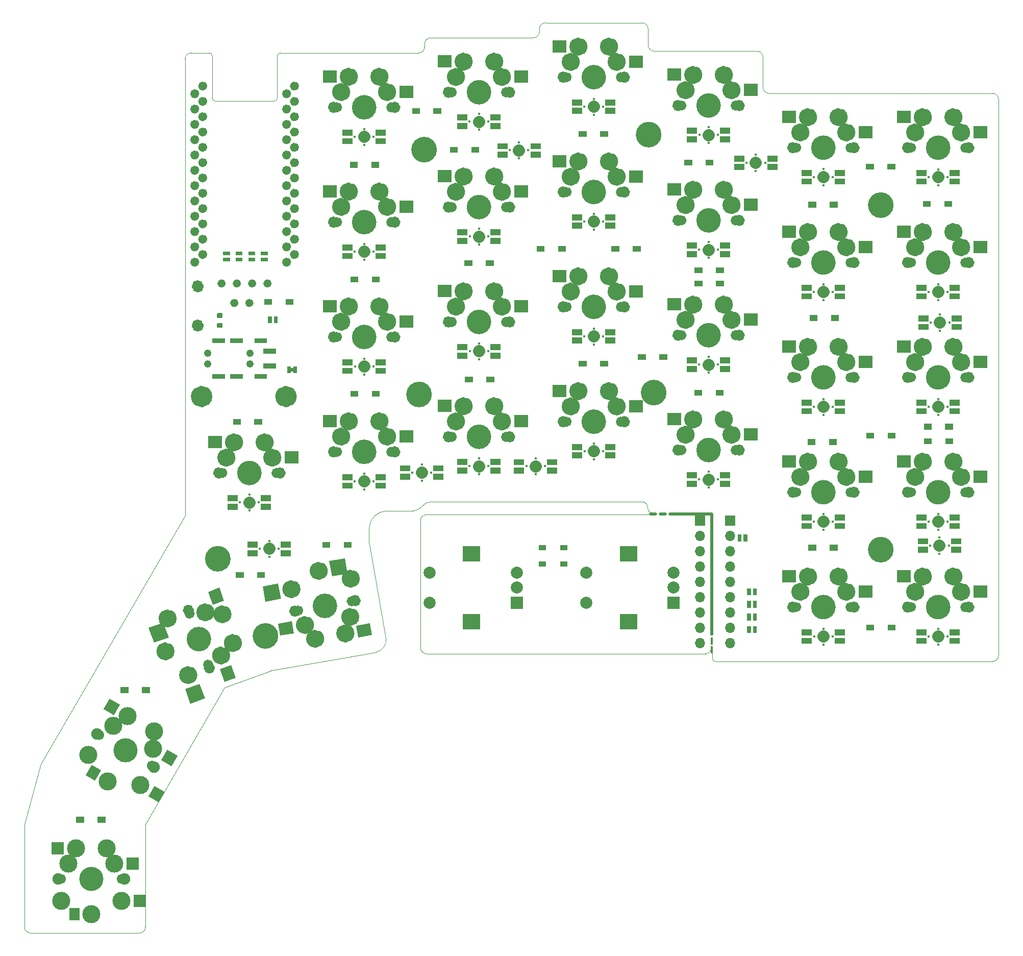
<source format=gbr>
%TF.GenerationSoftware,KiCad,Pcbnew,(6.0.4-0)*%
%TF.CreationDate,2022-10-26T23:43:41+09:00*%
%TF.ProjectId,mtk64_R_rev2,6d746b36-345f-4525-9f72-6576322e6b69,rev?*%
%TF.SameCoordinates,Original*%
%TF.FileFunction,Soldermask,Top*%
%TF.FilePolarity,Negative*%
%FSLAX45Y45*%
G04 Gerber Fmt 4.5, Leading zero omitted, Abs format (unit mm)*
G04 Created by KiCad (PCBNEW (6.0.4-0)) date 2022-10-26 23:43:41*
%MOMM*%
%LPD*%
G01*
G04 APERTURE LIST*
G04 Aperture macros list*
%AMRotRect*
0 Rectangle, with rotation*
0 The origin of the aperture is its center*
0 $1 length*
0 $2 width*
0 $3 Rotation angle, in degrees counterclockwise*
0 Add horizontal line*
21,1,$1,$2,0,0,$3*%
%AMFreePoly0*
4,1,34,0.201078,0.979575,0.387516,0.921863,0.559193,0.829038,0.709571,0.704634,0.832921,0.553392,0.924546,0.381070,0.980955,0.194234,1.000000,0.000000,0.999610,-0.027922,0.975149,-0.221548,0.913545,-0.406737,0.817145,-0.576432,0.689620,-0.724172,0.535827,-0.844328,0.361625,-0.932324,0.173648,-0.984808,-0.020942,-0.999781,-0.214735,-0.976672,-0.400349,-0.916363,-0.570714,-0.821149,
-0.719340,-0.694658,-0.840567,-0.541708,-0.929776,-0.368125,-0.983571,-0.180519,-0.999903,0.013962,-0.978148,0.207912,-0.919135,0.393942,-0.825113,0.564967,-0.699663,0.714473,-0.547563,0.836764,-0.374607,0.927184,-0.187381,0.982287,0.006981,0.999976,0.201078,0.979575,0.201078,0.979575,$1*%
%AMFreePoly1*
4,1,16,0.044650,0.194952,0.124776,0.156304,0.180215,0.086732,0.200000,0.000000,0.199999,-0.000698,0.179912,-0.087360,0.124230,-0.156739,0.043969,-0.195107,-0.044990,-0.194874,-0.125049,-0.156086,-0.180367,-0.086417,-0.200000,0.000349,-0.180064,0.087046,-0.124503,0.156522,-0.044310,0.195030,0.044650,0.194952,0.044650,0.194952,$1*%
G04 Aperture macros list end*
%ADD10C,0.850000*%
%ADD11C,0.000000*%
%ADD12C,1.500000*%
%ADD13C,0.762000*%
%ADD14C,2.050000*%
%ADD15C,0.950000*%
%ADD16C,0.600000*%
%ADD17C,2.150000*%
%ADD18C,1.800000*%
%ADD19C,0.698500*%
%ADD20C,1.000000*%
%TA.AperFunction,Profile*%
%ADD21C,0.050000*%
%TD*%
%ADD22R,1.300000X0.950000*%
%ADD23FreePoly0,0.000000*%
%ADD24FreePoly1,0.000000*%
%ADD25C,1.700000*%
%ADD26C,3.000000*%
%ADD27C,1.900000*%
%ADD28C,4.000000*%
%ADD29RotRect,1.800000X2.000000X150.000000*%
%ADD30RotRect,2.000000X2.000000X150.000000*%
%ADD31O,1.310000X0.510000*%
%ADD32R,1.700000X1.700000*%
%ADD33O,1.700000X1.700000*%
%ADD34R,1.400000X1.000000*%
%ADD35R,1.800000X2.000000*%
%ADD36R,2.000000X2.000000*%
%ADD37O,0.410000X1.210000*%
%ADD38C,2.000000*%
%ADD39R,3.000000X2.500000*%
%ADD40C,1.210000*%
%ADD41O,1.800000X0.700000*%
%ADD42O,0.510000X20.410000*%
%ADD43O,7.410000X0.510000*%
G04 APERTURE END LIST*
D10*
X19008500Y-5801970D02*
G75*
G03*
X19008500Y-5801970I-42500J0D01*
G01*
D11*
G36*
X18212712Y-13434092D02*
G01*
X18149212Y-13434092D01*
X18149212Y-13319792D01*
X18212712Y-13319792D01*
X18212712Y-13434092D01*
G37*
D10*
X11388500Y-10847000D02*
G75*
G03*
X11388500Y-10847000I-42500J0D01*
G01*
D11*
G36*
X17408500Y-7884470D02*
G01*
X17278500Y-7884470D01*
X17278500Y-7789470D01*
X17408500Y-7789470D01*
X17408500Y-7884470D01*
G37*
D10*
X9249659Y-14376262D02*
G75*
G03*
X9249659Y-14376262I-42500J0D01*
G01*
D11*
G36*
X17763500Y-7884470D02*
G01*
X17633500Y-7884470D01*
X17633500Y-7789470D01*
X17763500Y-7789470D01*
X17763500Y-7884470D01*
G37*
G36*
X18654900Y-6033470D02*
G01*
X18484900Y-6033470D01*
X18484900Y-5933470D01*
X18654900Y-5933470D01*
X18654900Y-6033470D01*
G37*
D12*
X17205000Y-6752970D02*
G75*
G03*
X17205000Y-6752970I-75000J0D01*
G01*
D11*
G36*
X17056000Y-4689970D02*
G01*
X16826000Y-4689970D01*
X16826000Y-4489970D01*
X17056000Y-4489970D01*
X17056000Y-4689970D01*
G37*
D13*
X10546870Y-4906000D02*
G75*
G03*
X10546870Y-4906000I-38100J0D01*
G01*
D12*
X19110000Y-11263000D02*
G75*
G03*
X19110000Y-11263000I-75000J0D01*
G01*
X21650000Y-9103970D02*
G75*
G03*
X21650000Y-9103970I-75000J0D01*
G01*
D11*
G36*
X13511000Y-11207000D02*
G01*
X13341000Y-11207000D01*
X13341000Y-11107000D01*
X13511000Y-11107000D01*
X13511000Y-11207000D01*
G37*
D13*
X10677510Y-6557000D02*
G75*
G03*
X10677510Y-6557000I-38100J0D01*
G01*
D14*
X11898500Y-5131970D02*
G75*
G03*
X11898500Y-5131970I-102500J0D01*
G01*
D11*
G36*
X10262712Y-8714120D02*
G01*
X10199212Y-8714120D01*
X10199212Y-8599820D01*
X10262712Y-8599820D01*
X10262712Y-8714120D01*
G37*
G36*
X21553500Y-6784470D02*
G01*
X21423500Y-6784470D01*
X21423500Y-6689470D01*
X21553500Y-6689470D01*
X21553500Y-6784470D01*
G37*
D12*
X19872000Y-11263000D02*
G75*
G03*
X19872000Y-11263000I-75000J0D01*
G01*
X11648354Y-12950497D02*
G75*
G03*
X11648354Y-12950497I-75000J0D01*
G01*
D15*
X14256500Y-10597000D02*
G75*
G03*
X14256500Y-10597000I-47500J0D01*
G01*
D12*
X19872000Y-7452970D02*
G75*
G03*
X19872000Y-7452970I-75000J0D01*
G01*
D11*
G36*
X10623500Y-8404470D02*
G01*
X10493500Y-8404470D01*
X10493500Y-8309470D01*
X10623500Y-8309470D01*
X10623500Y-8404470D01*
G37*
G36*
X9485410Y-9637000D02*
G01*
X9275410Y-9637000D01*
X9275410Y-9557000D01*
X9485410Y-9557000D01*
X9485410Y-9637000D01*
G37*
D10*
X19008500Y-13422000D02*
G75*
G03*
X19008500Y-13422000I-42500J0D01*
G01*
D12*
X21142000Y-5293970D02*
G75*
G03*
X21142000Y-5293970I-75000J0D01*
G01*
D15*
X19971500Y-9611970D02*
G75*
G03*
X19971500Y-9611970I-47500J0D01*
G01*
D11*
G36*
X18961000Y-9199970D02*
G01*
X18731000Y-9199970D01*
X18731000Y-8999970D01*
X18961000Y-8999970D01*
X18961000Y-9199970D01*
G37*
G36*
X21131000Y-6271970D02*
G01*
X20961000Y-6271970D01*
X20961000Y-6171970D01*
X21131000Y-6171970D01*
X21131000Y-6271970D01*
G37*
D13*
X10677510Y-5287000D02*
G75*
G03*
X10677510Y-5287000I-38100J0D01*
G01*
D11*
G36*
X14061000Y-9301970D02*
G01*
X13891000Y-9301970D01*
X13891000Y-9201970D01*
X14061000Y-9201970D01*
X14061000Y-9301970D01*
G37*
D13*
X10546870Y-5160000D02*
G75*
G03*
X10546870Y-5160000I-38100J0D01*
G01*
D14*
X9993500Y-11197000D02*
G75*
G03*
X9993500Y-11197000I-102500J0D01*
G01*
D15*
X17050500Y-7006970D02*
G75*
G03*
X17050500Y-7006970I-47500J0D01*
G01*
D13*
X9155510Y-6049000D02*
G75*
G03*
X9155510Y-6049000I-38100J0D01*
G01*
D15*
X20860500Y-11517000D02*
G75*
G03*
X20860500Y-11517000I-47500J0D01*
G01*
D11*
G36*
X14725900Y-5827470D02*
G01*
X14555900Y-5827470D01*
X14555900Y-5727470D01*
X14725900Y-5727470D01*
X14725900Y-5827470D01*
G37*
G36*
X10582712Y-9544120D02*
G01*
X10519212Y-9544120D01*
X10519212Y-9429820D01*
X10582712Y-9429820D01*
X10582712Y-9544120D01*
G37*
D10*
X20913500Y-9611970D02*
G75*
G03*
X20913500Y-9611970I-42500J0D01*
G01*
X21813500Y-11517000D02*
G75*
G03*
X21813500Y-11517000I-42500J0D01*
G01*
D11*
G36*
X14061000Y-5491970D02*
G01*
X13891000Y-5491970D01*
X13891000Y-5391970D01*
X14061000Y-5391970D01*
X14061000Y-5491970D01*
G37*
G36*
X14061000Y-7256970D02*
G01*
X13891000Y-7256970D01*
X13891000Y-7156970D01*
X14061000Y-7156970D01*
X14061000Y-7256970D01*
G37*
D14*
X11247700Y-13401700D02*
G75*
G03*
X11247700Y-13401700I-102500J0D01*
G01*
D13*
X9022870Y-5414000D02*
G75*
G03*
X9022870Y-5414000I-38100J0D01*
G01*
D16*
X9930410Y-9212000D02*
G75*
G03*
X9930410Y-9212000I-30000J0D01*
G01*
D11*
G36*
X9701000Y-11667000D02*
G01*
X9531000Y-11667000D01*
X9531000Y-11567000D01*
X9701000Y-11567000D01*
X9701000Y-11667000D01*
G37*
D13*
X10677510Y-5541000D02*
G75*
G03*
X10677510Y-5541000I-38100J0D01*
G01*
D15*
X11335500Y-5131970D02*
G75*
G03*
X11335500Y-5131970I-47500J0D01*
G01*
D11*
G36*
X19776000Y-11987000D02*
G01*
X19606000Y-11987000D01*
X19606000Y-11887000D01*
X19776000Y-11887000D01*
X19776000Y-11987000D01*
G37*
D15*
X16161500Y-8441970D02*
G75*
G03*
X16161500Y-8441970I-47500J0D01*
G01*
D13*
X9155510Y-4779000D02*
G75*
G03*
X9155510Y-4779000I-38100J0D01*
G01*
D11*
G36*
X10268500Y-8404470D02*
G01*
X10138500Y-8404470D01*
X10138500Y-8309470D01*
X10268500Y-8309470D01*
X10268500Y-8404470D01*
G37*
G36*
X16823500Y-9324470D02*
G01*
X16693500Y-9324470D01*
X16693500Y-9229470D01*
X16823500Y-9229470D01*
X16823500Y-9324470D01*
G37*
G36*
X13110900Y-11170500D02*
G01*
X12940900Y-11170500D01*
X12940900Y-11070500D01*
X13110900Y-11070500D01*
X13110900Y-11170500D01*
G37*
D12*
X16062000Y-4377970D02*
G75*
G03*
X16062000Y-4377970I-75000J0D01*
G01*
D11*
G36*
X15416000Y-9051970D02*
G01*
X15246000Y-9051970D01*
X15246000Y-8951970D01*
X15416000Y-8951970D01*
X15416000Y-9051970D01*
G37*
G36*
X18312788Y-13644092D02*
G01*
X18249288Y-13644092D01*
X18249288Y-13529792D01*
X18312788Y-13529792D01*
X18312788Y-13644092D01*
G37*
G36*
X10581000Y-12577000D02*
G01*
X10411000Y-12577000D01*
X10411000Y-12477000D01*
X10581000Y-12477000D01*
X10581000Y-12577000D01*
G37*
G36*
X21681000Y-10082000D02*
G01*
X21511000Y-10082000D01*
X21511000Y-9982000D01*
X21681000Y-9982000D01*
X21681000Y-10082000D01*
G37*
G36*
X22136000Y-7548970D02*
G01*
X21906000Y-7548970D01*
X21906000Y-7348970D01*
X22136000Y-7348970D01*
X22136000Y-7548970D01*
G37*
G36*
X13703500Y-5884470D02*
G01*
X13573500Y-5884470D01*
X13573500Y-5789470D01*
X13703500Y-5789470D01*
X13703500Y-5884470D01*
G37*
G36*
X14516000Y-6628970D02*
G01*
X14286000Y-6628970D01*
X14286000Y-6428970D01*
X14516000Y-6428970D01*
X14516000Y-6628970D01*
G37*
D10*
X21813500Y-9611970D02*
G75*
G03*
X21813500Y-9611970I-42500J0D01*
G01*
D12*
X9497242Y-14224550D02*
G75*
G03*
X9497242Y-14224550I-75000J0D01*
G01*
D11*
G36*
X21681000Y-6271970D02*
G01*
X21511000Y-6271970D01*
X21511000Y-6171970D01*
X21681000Y-6171970D01*
X21681000Y-6271970D01*
G37*
D10*
X13293500Y-8691970D02*
G75*
G03*
X13293500Y-8691970I-42500J0D01*
G01*
D11*
G36*
X13598500Y-9694470D02*
G01*
X13468500Y-9694470D01*
X13468500Y-9599470D01*
X13598500Y-9599470D01*
X13598500Y-9694470D01*
G37*
D14*
X15708500Y-6536970D02*
G75*
G03*
X15708500Y-6536970I-102500J0D01*
G01*
D10*
X19908500Y-7706970D02*
G75*
G03*
X19908500Y-7706970I-42500J0D01*
G01*
D15*
X19971500Y-11517000D02*
G75*
G03*
X19971500Y-11517000I-47500J0D01*
G01*
D11*
G36*
X13511000Y-5351970D02*
G01*
X13341000Y-5351970D01*
X13341000Y-5251970D01*
X13511000Y-5251970D01*
X13511000Y-5351970D01*
G37*
D10*
X13293500Y-6786970D02*
G75*
G03*
X13293500Y-6786970I-42500J0D01*
G01*
D11*
G36*
X14061000Y-7396970D02*
G01*
X13891000Y-7396970D01*
X13891000Y-7296970D01*
X14061000Y-7296970D01*
X14061000Y-7396970D01*
G37*
G36*
X21681000Y-8316970D02*
G01*
X21511000Y-8316970D01*
X21511000Y-8216970D01*
X21681000Y-8216970D01*
X21681000Y-8316970D01*
G37*
D12*
X10889095Y-13718001D02*
G75*
G03*
X10889095Y-13718001I-75000J0D01*
G01*
D11*
G36*
X10151500Y-12939500D02*
G01*
X10021500Y-12939500D01*
X10021500Y-12844500D01*
X10151500Y-12844500D01*
X10151500Y-12939500D01*
G37*
G36*
X11926066Y-13885453D02*
G01*
X11699560Y-13925392D01*
X11664831Y-13728431D01*
X11891336Y-13688492D01*
X11926066Y-13885453D01*
G37*
D10*
X12288500Y-7036970D02*
G75*
G03*
X12288500Y-7036970I-42500J0D01*
G01*
D11*
G36*
X11606000Y-9411970D02*
G01*
X11436000Y-9411970D01*
X11436000Y-9311970D01*
X11606000Y-9311970D01*
X11606000Y-9411970D01*
G37*
G36*
X10682788Y-9544120D02*
G01*
X10619288Y-9544120D01*
X10619288Y-9429820D01*
X10682788Y-9429820D01*
X10682788Y-9544120D01*
G37*
D12*
X15300000Y-4377970D02*
G75*
G03*
X15300000Y-4377970I-75000J0D01*
G01*
D16*
X9230410Y-9212000D02*
G75*
G03*
X9230410Y-9212000I-30000J0D01*
G01*
D11*
G36*
X11606000Y-11317000D02*
G01*
X11436000Y-11317000D01*
X11436000Y-11217000D01*
X11606000Y-11217000D01*
X11606000Y-11317000D01*
G37*
D13*
X9022870Y-5668000D02*
G75*
G03*
X9022870Y-5668000I-38100J0D01*
G01*
D12*
X17967000Y-4847970D02*
G75*
G03*
X17967000Y-4847970I-75000J0D01*
G01*
D11*
G36*
X17871000Y-9521970D02*
G01*
X17701000Y-9521970D01*
X17701000Y-9421970D01*
X17871000Y-9421970D01*
X17871000Y-9521970D01*
G37*
D12*
X17332000Y-8403970D02*
G75*
G03*
X17332000Y-8403970I-75000J0D01*
G01*
D14*
X13803500Y-4881970D02*
G75*
G03*
X13803500Y-4881970I-102500J0D01*
G01*
D15*
X12351500Y-5131970D02*
G75*
G03*
X12351500Y-5131970I-47500J0D01*
G01*
D13*
X9155510Y-7065000D02*
G75*
G03*
X9155510Y-7065000I-38100J0D01*
G01*
D15*
X9274496Y-14430764D02*
G75*
G03*
X9274496Y-14430764I-47500J0D01*
G01*
D11*
G36*
X14516000Y-8533970D02*
G01*
X14286000Y-8533970D01*
X14286000Y-8333970D01*
X14516000Y-8333970D01*
X14516000Y-8533970D01*
G37*
D12*
X15300000Y-10093000D02*
G75*
G03*
X15300000Y-10093000I-75000J0D01*
G01*
D10*
X11388500Y-7036970D02*
G75*
G03*
X11388500Y-7036970I-42500J0D01*
G01*
D11*
G36*
X16028500Y-7524470D02*
G01*
X15898500Y-7524470D01*
X15898500Y-7429470D01*
X16028500Y-7429470D01*
X16028500Y-7524470D01*
G37*
D13*
X9022870Y-7192000D02*
G75*
G03*
X9022870Y-7192000I-38100J0D01*
G01*
D11*
G36*
X17056000Y-10405000D02*
G01*
X16826000Y-10405000D01*
X16826000Y-10205000D01*
X17056000Y-10205000D01*
X17056000Y-10405000D01*
G37*
G36*
X21131000Y-13892000D02*
G01*
X20961000Y-13892000D01*
X20961000Y-13792000D01*
X21131000Y-13792000D01*
X21131000Y-13892000D01*
G37*
D14*
X15708500Y-10347000D02*
G75*
G03*
X15708500Y-10347000I-102500J0D01*
G01*
D10*
X19908500Y-5801970D02*
G75*
G03*
X19908500Y-5801970I-42500J0D01*
G01*
D14*
X21423500Y-9611970D02*
G75*
G03*
X21423500Y-9611970I-102500J0D01*
G01*
D11*
G36*
X19653500Y-12484500D02*
G01*
X19523500Y-12484500D01*
X19523500Y-12389500D01*
X19653500Y-12389500D01*
X19653500Y-12484500D01*
G37*
D14*
X17613500Y-5101970D02*
G75*
G03*
X17613500Y-5101970I-102500J0D01*
G01*
D12*
X14030000Y-4373970D02*
G75*
G03*
X14030000Y-4373970I-75000J0D01*
G01*
D15*
X20860500Y-13422000D02*
G75*
G03*
X20860500Y-13422000I-47500J0D01*
G01*
X17050500Y-10817000D02*
G75*
G03*
X17050500Y-10817000I-47500J0D01*
G01*
D12*
X19745000Y-12914000D02*
G75*
G03*
X19745000Y-12914000I-75000J0D01*
G01*
D11*
G36*
X12560900Y-11170500D02*
G01*
X12390900Y-11170500D01*
X12390900Y-11070500D01*
X12560900Y-11070500D01*
X12560900Y-11170500D01*
G37*
D12*
X11490000Y-6782970D02*
G75*
G03*
X11490000Y-6782970I-75000J0D01*
G01*
X11617000Y-8433970D02*
G75*
G03*
X11617000Y-8433970I-75000J0D01*
G01*
D15*
X13240500Y-10597000D02*
G75*
G03*
X13240500Y-10597000I-47500J0D01*
G01*
D11*
G36*
X15488500Y-5624470D02*
G01*
X15358500Y-5624470D01*
X15358500Y-5529470D01*
X15488500Y-5529470D01*
X15488500Y-5624470D01*
G37*
D15*
X21876500Y-11517000D02*
G75*
G03*
X21876500Y-11517000I-47500J0D01*
G01*
X12351500Y-8941970D02*
G75*
G03*
X12351500Y-8941970I-47500J0D01*
G01*
D11*
G36*
X14061000Y-11207000D02*
G01*
X13891000Y-11207000D01*
X13891000Y-11107000D01*
X14061000Y-11107000D01*
X14061000Y-11207000D01*
G37*
D17*
X9475010Y-12620500D02*
G75*
G03*
X9475010Y-12620500I-107500J0D01*
G01*
D11*
G36*
X11606000Y-5741970D02*
G01*
X11436000Y-5741970D01*
X11436000Y-5641970D01*
X11606000Y-5641970D01*
X11606000Y-5741970D01*
G37*
D10*
X19908500Y-9611970D02*
G75*
G03*
X19908500Y-9611970I-42500J0D01*
G01*
D15*
X16161500Y-10347000D02*
G75*
G03*
X16161500Y-10347000I-47500J0D01*
G01*
X21876500Y-5801970D02*
G75*
G03*
X21876500Y-5801970I-47500J0D01*
G01*
X14256500Y-6786970D02*
G75*
G03*
X14256500Y-6786970I-47500J0D01*
G01*
D11*
G36*
X22136000Y-13264000D02*
G01*
X21906000Y-13264000D01*
X21906000Y-13064000D01*
X22136000Y-13064000D01*
X22136000Y-13264000D01*
G37*
G36*
X18055424Y-12334092D02*
G01*
X17991924Y-12334092D01*
X17991924Y-12219792D01*
X18055424Y-12219792D01*
X18055424Y-12334092D01*
G37*
G36*
X17321000Y-11287000D02*
G01*
X17151000Y-11287000D01*
X17151000Y-11187000D01*
X17321000Y-11187000D01*
X17321000Y-11287000D01*
G37*
D15*
X18955500Y-11517000D02*
G75*
G03*
X18955500Y-11517000I-47500J0D01*
G01*
D11*
G36*
X18961000Y-5389970D02*
G01*
X18731000Y-5389970D01*
X18731000Y-5189970D01*
X18961000Y-5189970D01*
X18961000Y-5389970D01*
G37*
D12*
X9585000Y-10943000D02*
G75*
G03*
X9585000Y-10943000I-75000J0D01*
G01*
D10*
X19908500Y-11517000D02*
G75*
G03*
X19908500Y-11517000I-42500J0D01*
G01*
D11*
G36*
X17871000Y-11287000D02*
G01*
X17701000Y-11287000D01*
X17701000Y-11187000D01*
X17871000Y-11187000D01*
X17871000Y-11287000D01*
G37*
D13*
X9155510Y-5033000D02*
G75*
G03*
X9155510Y-5033000I-38100J0D01*
G01*
D11*
G36*
X9988150Y-7688758D02*
G01*
X9873850Y-7688758D01*
X9873850Y-7625258D01*
X9988150Y-7625258D01*
X9988150Y-7688758D01*
G37*
G36*
X9431973Y-8544774D02*
G01*
X9435340Y-8545676D01*
X9438500Y-8547149D01*
X9441356Y-8549149D01*
X9443821Y-8551614D01*
X9445821Y-8554470D01*
X9447294Y-8557630D01*
X9448196Y-8560997D01*
X9448500Y-8564470D01*
X9448500Y-8604470D01*
X9448196Y-8607943D01*
X9447294Y-8611310D01*
X9445821Y-8614470D01*
X9443821Y-8617326D01*
X9441356Y-8619791D01*
X9438500Y-8621791D01*
X9435340Y-8623264D01*
X9431973Y-8624166D01*
X9428500Y-8624470D01*
X9373500Y-8624470D01*
X9370027Y-8624166D01*
X9366660Y-8623264D01*
X9363500Y-8621791D01*
X9360644Y-8619791D01*
X9358179Y-8617326D01*
X9356179Y-8614470D01*
X9354706Y-8611310D01*
X9353804Y-8607943D01*
X9353500Y-8604470D01*
X9353500Y-8564470D01*
X9353804Y-8560997D01*
X9354706Y-8557630D01*
X9356179Y-8554470D01*
X9358179Y-8551614D01*
X9360644Y-8549149D01*
X9363500Y-8547149D01*
X9366660Y-8545676D01*
X9370027Y-8544774D01*
X9373500Y-8544470D01*
X9428500Y-8544470D01*
X9431973Y-8544774D01*
G37*
G36*
X21131000Y-10082000D02*
G01*
X20961000Y-10082000D01*
X20961000Y-9982000D01*
X21131000Y-9982000D01*
X21131000Y-10082000D01*
G37*
D18*
X9188910Y-9929470D02*
G75*
G03*
X9188910Y-9929470I-90000J0D01*
G01*
D11*
G36*
X18326000Y-8753970D02*
G01*
X18096000Y-8753970D01*
X18096000Y-8553970D01*
X18326000Y-8553970D01*
X18326000Y-8753970D01*
G37*
G36*
X18961000Y-13010000D02*
G01*
X18731000Y-13010000D01*
X18731000Y-12810000D01*
X18961000Y-12810000D01*
X18961000Y-13010000D01*
G37*
D13*
X10546870Y-6430000D02*
G75*
G03*
X10546870Y-6430000I-38100J0D01*
G01*
D11*
G36*
X9785410Y-9042000D02*
G01*
X9575410Y-9042000D01*
X9575410Y-8962000D01*
X9785410Y-8962000D01*
X9785410Y-9042000D01*
G37*
D12*
X15300000Y-8187970D02*
G75*
G03*
X15300000Y-8187970I-75000J0D01*
G01*
D10*
X11388500Y-5131970D02*
G75*
G03*
X11388500Y-5131970I-42500J0D01*
G01*
D13*
X10546870Y-5922000D02*
G75*
G03*
X10546870Y-5922000I-38100J0D01*
G01*
D11*
G36*
X20866000Y-9199970D02*
G01*
X20636000Y-9199970D01*
X20636000Y-8999970D01*
X20866000Y-8999970D01*
X20866000Y-9199970D01*
G37*
D15*
X12351500Y-10847000D02*
G75*
G03*
X12351500Y-10847000I-47500J0D01*
G01*
D10*
X12288500Y-8941970D02*
G75*
G03*
X12288500Y-8941970I-42500J0D01*
G01*
D11*
G36*
X9668406Y-14596806D02*
G01*
X9480468Y-14665210D01*
X9401803Y-14449081D01*
X9589742Y-14380677D01*
X9668406Y-14596806D01*
G37*
G36*
X10185410Y-9042000D02*
G01*
X9975410Y-9042000D01*
X9975410Y-8962000D01*
X10185410Y-8962000D01*
X10185410Y-9042000D01*
G37*
D14*
X9155750Y-13953400D02*
G75*
G03*
X9155750Y-13953400I-102500J0D01*
G01*
X17613500Y-8911970D02*
G75*
G03*
X17613500Y-8911970I-102500J0D01*
G01*
D12*
X17840000Y-4593970D02*
G75*
G03*
X17840000Y-4593970I-75000J0D01*
G01*
D11*
G36*
X12156000Y-11457000D02*
G01*
X11986000Y-11457000D01*
X11986000Y-11357000D01*
X12156000Y-11357000D01*
X12156000Y-11457000D01*
G37*
G36*
X17321000Y-9521970D02*
G01*
X17151000Y-9521970D01*
X17151000Y-9421970D01*
X17321000Y-9421970D01*
X17321000Y-9521970D01*
G37*
G36*
X13511000Y-9161970D02*
G01*
X13341000Y-9161970D01*
X13341000Y-9061970D01*
X13511000Y-9061970D01*
X13511000Y-9161970D01*
G37*
D12*
X9712000Y-10689000D02*
G75*
G03*
X9712000Y-10689000I-75000J0D01*
G01*
D11*
G36*
X21681000Y-8176970D02*
G01*
X21511000Y-8176970D01*
X21511000Y-8076970D01*
X21681000Y-8076970D01*
X21681000Y-8176970D01*
G37*
D15*
X18066500Y-5101970D02*
G75*
G03*
X18066500Y-5101970I-47500J0D01*
G01*
D11*
G36*
X21568500Y-10720500D02*
G01*
X21438500Y-10720500D01*
X21438500Y-10625500D01*
X21568500Y-10625500D01*
X21568500Y-10720500D01*
G37*
G36*
X19776000Y-8176970D02*
G01*
X19606000Y-8176970D01*
X19606000Y-8076970D01*
X19776000Y-8076970D01*
X19776000Y-8176970D01*
G37*
D14*
X11898500Y-8941970D02*
G75*
G03*
X11898500Y-8941970I-102500J0D01*
G01*
X15708500Y-4631970D02*
G75*
G03*
X15708500Y-4631970I-102500J0D01*
G01*
D10*
X14193500Y-4881970D02*
G75*
G03*
X14193500Y-4881970I-42500J0D01*
G01*
X15198500Y-10347000D02*
G75*
G03*
X15198500Y-10347000I-42500J0D01*
G01*
D13*
X10677510Y-5795000D02*
G75*
G03*
X10677510Y-5795000I-38100J0D01*
G01*
D11*
G36*
X21198500Y-6784470D02*
G01*
X21068500Y-6784470D01*
X21068500Y-6689470D01*
X21198500Y-6689470D01*
X21198500Y-6784470D01*
G37*
G36*
X9568150Y-7688758D02*
G01*
X9453850Y-7688758D01*
X9453850Y-7625258D01*
X9568150Y-7625258D01*
X9568150Y-7688758D01*
G37*
D12*
X17840000Y-8403970D02*
G75*
G03*
X17840000Y-8403970I-75000J0D01*
G01*
D11*
G36*
X11606000Y-9551970D02*
G01*
X11436000Y-9551970D01*
X11436000Y-9451970D01*
X11606000Y-9451970D01*
X11606000Y-9551970D01*
G37*
G36*
X17321000Y-7616970D02*
G01*
X17151000Y-7616970D01*
X17151000Y-7516970D01*
X17321000Y-7516970D01*
X17321000Y-7616970D01*
G37*
G36*
X16421000Y-4473970D02*
G01*
X16191000Y-4473970D01*
X16191000Y-4273970D01*
X16421000Y-4273970D01*
X16421000Y-4473970D01*
G37*
G36*
X11233500Y-12434500D02*
G01*
X11103500Y-12434500D01*
X11103500Y-12339500D01*
X11233500Y-12339500D01*
X11233500Y-12434500D01*
G37*
D14*
X19518500Y-11517000D02*
G75*
G03*
X19518500Y-11517000I-102500J0D01*
G01*
D11*
G36*
X21131000Y-11987000D02*
G01*
X20961000Y-11987000D01*
X20961000Y-11887000D01*
X21131000Y-11887000D01*
X21131000Y-11987000D01*
G37*
D15*
X18955500Y-9611970D02*
G75*
G03*
X18955500Y-9611970I-47500J0D01*
G01*
D11*
G36*
X20613500Y-10624500D02*
G01*
X20483500Y-10624500D01*
X20483500Y-10529500D01*
X20613500Y-10529500D01*
X20613500Y-10624500D01*
G37*
D15*
X15145500Y-4631970D02*
G75*
G03*
X15145500Y-4631970I-47500J0D01*
G01*
D11*
G36*
X17763500Y-8104470D02*
G01*
X17633500Y-8104470D01*
X17633500Y-8009470D01*
X17763500Y-8009470D01*
X17763500Y-8104470D01*
G37*
G36*
X19226000Y-14032000D02*
G01*
X19056000Y-14032000D01*
X19056000Y-13932000D01*
X19226000Y-13932000D01*
X19226000Y-14032000D01*
G37*
D17*
X20476000Y-6754470D02*
G75*
G03*
X20476000Y-6754470I-107500J0D01*
G01*
D11*
G36*
X15416000Y-10957000D02*
G01*
X15246000Y-10957000D01*
X15246000Y-10857000D01*
X15416000Y-10857000D01*
X15416000Y-10957000D01*
G37*
G36*
X21153900Y-12380500D02*
G01*
X20983900Y-12380500D01*
X20983900Y-12280500D01*
X21153900Y-12280500D01*
X21153900Y-12380500D01*
G37*
D12*
X19745000Y-7198970D02*
G75*
G03*
X19745000Y-7198970I-75000J0D01*
G01*
X21015000Y-5547970D02*
G75*
G03*
X21015000Y-5547970I-75000J0D01*
G01*
D13*
X9155510Y-6557000D02*
G75*
G03*
X9155510Y-6557000I-38100J0D01*
G01*
X9022870Y-5922000D02*
G75*
G03*
X9022870Y-5922000I-38100J0D01*
G01*
D11*
G36*
X15143500Y-7524470D02*
G01*
X15013500Y-7524470D01*
X15013500Y-7429470D01*
X15143500Y-7429470D01*
X15143500Y-7524470D01*
G37*
G36*
X12156000Y-5601970D02*
G01*
X11986000Y-5601970D01*
X11986000Y-5501970D01*
X12156000Y-5501970D01*
X12156000Y-5601970D01*
G37*
D17*
X10266400Y-13900800D02*
G75*
G03*
X10266400Y-13900800I-107500J0D01*
G01*
D11*
G36*
X21212500Y-10476500D02*
G01*
X21082500Y-10476500D01*
X21082500Y-10381500D01*
X21212500Y-10381500D01*
X21212500Y-10476500D01*
G37*
G36*
X9436000Y-10785000D02*
G01*
X9206000Y-10785000D01*
X9206000Y-10585000D01*
X9436000Y-10585000D01*
X9436000Y-10785000D01*
G37*
G36*
X15843500Y-9434470D02*
G01*
X15713500Y-9434470D01*
X15713500Y-9339470D01*
X15843500Y-9339470D01*
X15843500Y-9434470D01*
G37*
D15*
X10446500Y-11197000D02*
G75*
G03*
X10446500Y-11197000I-47500J0D01*
G01*
D14*
X13803500Y-10597000D02*
G75*
G03*
X13803500Y-10597000I-102500J0D01*
G01*
D11*
G36*
X21161900Y-8684470D02*
G01*
X20991900Y-8684470D01*
X20991900Y-8584470D01*
X21161900Y-8584470D01*
X21161900Y-8684470D01*
G37*
D10*
X8941841Y-13530538D02*
G75*
G03*
X8941841Y-13530538I-42500J0D01*
G01*
D11*
G36*
X17056000Y-6594970D02*
G01*
X16826000Y-6594970D01*
X16826000Y-6394970D01*
X17056000Y-6394970D01*
X17056000Y-6594970D01*
G37*
D10*
X13293500Y-10597000D02*
G75*
G03*
X13293500Y-10597000I-42500J0D01*
G01*
D11*
G36*
X17871000Y-5711970D02*
G01*
X17701000Y-5711970D01*
X17701000Y-5611970D01*
X17871000Y-5611970D01*
X17871000Y-5711970D01*
G37*
D12*
X19237000Y-7198970D02*
G75*
G03*
X19237000Y-7198970I-75000J0D01*
G01*
D11*
G36*
X17321000Y-11427000D02*
G01*
X17151000Y-11427000D01*
X17151000Y-11327000D01*
X17321000Y-11327000D01*
X17321000Y-11427000D01*
G37*
D12*
X15935000Y-9839000D02*
G75*
G03*
X15935000Y-9839000I-75000J0D01*
G01*
D15*
X13240500Y-6786970D02*
G75*
G03*
X13240500Y-6786970I-47500J0D01*
G01*
D11*
G36*
X10362788Y-8714120D02*
G01*
X10299288Y-8714120D01*
X10299288Y-8599820D01*
X10362788Y-8599820D01*
X10362788Y-8714120D01*
G37*
D18*
X10588900Y-9929470D02*
G75*
G03*
X10588900Y-9929470I-90000J0D01*
G01*
D11*
G36*
X15966000Y-5241970D02*
G01*
X15796000Y-5241970D01*
X15796000Y-5141970D01*
X15966000Y-5141970D01*
X15966000Y-5241970D01*
G37*
G36*
X15151000Y-9935000D02*
G01*
X14921000Y-9935000D01*
X14921000Y-9735000D01*
X15151000Y-9735000D01*
X15151000Y-9935000D01*
G37*
D12*
X21650000Y-5293970D02*
G75*
G03*
X21650000Y-5293970I-75000J0D01*
G01*
D19*
X10225335Y-8054000D02*
G75*
G03*
X10225335Y-8054000I-34925J0D01*
G01*
D11*
G36*
X19776000Y-13892000D02*
G01*
X19606000Y-13892000D01*
X19606000Y-13792000D01*
X19776000Y-13792000D01*
X19776000Y-13892000D01*
G37*
D19*
X9463335Y-8054000D02*
G75*
G03*
X9463335Y-8054000I-34925J0D01*
G01*
D11*
G36*
X20231000Y-11359000D02*
G01*
X20001000Y-11359000D01*
X20001000Y-11159000D01*
X20231000Y-11159000D01*
X20231000Y-11359000D01*
G37*
D12*
X12252000Y-6782970D02*
G75*
G03*
X12252000Y-6782970I-75000J0D01*
G01*
D16*
X9930410Y-9387000D02*
G75*
G03*
X9930410Y-9387000I-30000J0D01*
G01*
D11*
G36*
X10031000Y-12437000D02*
G01*
X9861000Y-12437000D01*
X9861000Y-12337000D01*
X10031000Y-12337000D01*
X10031000Y-12437000D01*
G37*
D12*
X16062000Y-10093000D02*
G75*
G03*
X16062000Y-10093000I-75000J0D01*
G01*
D11*
G36*
X13246000Y-10185000D02*
G01*
X13016000Y-10185000D01*
X13016000Y-9985000D01*
X13246000Y-9985000D01*
X13246000Y-10185000D01*
G37*
D12*
X13522000Y-10089000D02*
G75*
G03*
X13522000Y-10089000I-75000J0D01*
G01*
D11*
G36*
X21711900Y-8684470D02*
G01*
X21541900Y-8684470D01*
X21541900Y-8584470D01*
X21711900Y-8584470D01*
X21711900Y-8684470D01*
G37*
D12*
X15427000Y-7933970D02*
G75*
G03*
X15427000Y-7933970I-75000J0D01*
G01*
X14157000Y-6532970D02*
G75*
G03*
X14157000Y-6532970I-75000J0D01*
G01*
X11617000Y-6528970D02*
G75*
G03*
X11617000Y-6528970I-75000J0D01*
G01*
D11*
G36*
X19776000Y-8316970D02*
G01*
X19606000Y-8316970D01*
X19606000Y-8216970D01*
X19776000Y-8216970D01*
X19776000Y-8316970D01*
G37*
D15*
X11335500Y-8941970D02*
G75*
G03*
X11335500Y-8941970I-47500J0D01*
G01*
D12*
X17840000Y-10309000D02*
G75*
G03*
X17840000Y-10309000I-75000J0D01*
G01*
D11*
G36*
X15966000Y-7146970D02*
G01*
X15796000Y-7146970D01*
X15796000Y-7046970D01*
X15966000Y-7046970D01*
X15966000Y-7146970D01*
G37*
D15*
X10692418Y-13489913D02*
G75*
G03*
X10692418Y-13489913I-47500J0D01*
G01*
D12*
X21777000Y-13168000D02*
G75*
G03*
X21777000Y-13168000I-75000J0D01*
G01*
D15*
X19971500Y-7706970D02*
G75*
G03*
X19971500Y-7706970I-47500J0D01*
G01*
D11*
G36*
X14788500Y-7524470D02*
G01*
X14658500Y-7524470D01*
X14658500Y-7429470D01*
X14788500Y-7429470D01*
X14788500Y-7524470D01*
G37*
D12*
X19110000Y-5547970D02*
G75*
G03*
X19110000Y-5547970I-75000J0D01*
G01*
D20*
X9084500Y-8101470D02*
G75*
G03*
X9084500Y-8101470I-50000J0D01*
G01*
D12*
X19872000Y-9357970D02*
G75*
G03*
X19872000Y-9357970I-75000J0D01*
G01*
D11*
G36*
X19226000Y-6411970D02*
G01*
X19056000Y-6411970D01*
X19056000Y-6311970D01*
X19226000Y-6311970D01*
X19226000Y-6411970D01*
G37*
G36*
X9485410Y-9042000D02*
G01*
X9275410Y-9042000D01*
X9275410Y-8962000D01*
X9485410Y-8962000D01*
X9485410Y-9042000D01*
G37*
D12*
X12252000Y-4877970D02*
G75*
G03*
X12252000Y-4877970I-75000J0D01*
G01*
X19872000Y-5547970D02*
G75*
G03*
X19872000Y-5547970I-75000J0D01*
G01*
D11*
G36*
X9431973Y-8709774D02*
G01*
X9435340Y-8710676D01*
X9438500Y-8712149D01*
X9441356Y-8714149D01*
X9443821Y-8716614D01*
X9445821Y-8719470D01*
X9447294Y-8722630D01*
X9448196Y-8725997D01*
X9448500Y-8729470D01*
X9448500Y-8769470D01*
X9448196Y-8772943D01*
X9447294Y-8776310D01*
X9445821Y-8779470D01*
X9443821Y-8782326D01*
X9441356Y-8784791D01*
X9438500Y-8786791D01*
X9435340Y-8788264D01*
X9431973Y-8789166D01*
X9428500Y-8789470D01*
X9373500Y-8789470D01*
X9370027Y-8789166D01*
X9366660Y-8788264D01*
X9363500Y-8786791D01*
X9360644Y-8784791D01*
X9358179Y-8782326D01*
X9356179Y-8779470D01*
X9354706Y-8776310D01*
X9353804Y-8772943D01*
X9353500Y-8769470D01*
X9353500Y-8729470D01*
X9353804Y-8725997D01*
X9354706Y-8722630D01*
X9356179Y-8719470D01*
X9358179Y-8716614D01*
X9360644Y-8714149D01*
X9363500Y-8712149D01*
X9366660Y-8710676D01*
X9370027Y-8709774D01*
X9373500Y-8709470D01*
X9428500Y-8709470D01*
X9431973Y-8709774D01*
G37*
D12*
X17967000Y-8657970D02*
G75*
G03*
X17967000Y-8657970I-75000J0D01*
G01*
D10*
X17103500Y-5101970D02*
G75*
G03*
X17103500Y-5101970I-42500J0D01*
G01*
X18003500Y-8911970D02*
G75*
G03*
X18003500Y-8911970I-42500J0D01*
G01*
X16098500Y-10347000D02*
G75*
G03*
X16098500Y-10347000I-42500J0D01*
G01*
X15198500Y-6536970D02*
G75*
G03*
X15198500Y-6536970I-42500J0D01*
G01*
D15*
X20860500Y-5801970D02*
G75*
G03*
X20860500Y-5801970I-47500J0D01*
G01*
D11*
G36*
X17871000Y-7616970D02*
G01*
X17701000Y-7616970D01*
X17701000Y-7516970D01*
X17871000Y-7516970D01*
X17871000Y-7616970D01*
G37*
G36*
X12156000Y-7646970D02*
G01*
X11986000Y-7646970D01*
X11986000Y-7546970D01*
X12156000Y-7546970D01*
X12156000Y-7646970D01*
G37*
G36*
X18212712Y-13644092D02*
G01*
X18149212Y-13644092D01*
X18149212Y-13529792D01*
X18212712Y-13529792D01*
X18212712Y-13644092D01*
G37*
D12*
X21015000Y-9357970D02*
G75*
G03*
X21015000Y-9357970I-75000J0D01*
G01*
X19745000Y-9103970D02*
G75*
G03*
X19745000Y-9103970I-75000J0D01*
G01*
X15935000Y-7933970D02*
G75*
G03*
X15935000Y-7933970I-75000J0D01*
G01*
D11*
G36*
X21131000Y-10222000D02*
G01*
X20961000Y-10222000D01*
X20961000Y-10122000D01*
X21131000Y-10122000D01*
X21131000Y-10222000D01*
G37*
D12*
X21650000Y-7198970D02*
G75*
G03*
X21650000Y-7198970I-75000J0D01*
G01*
D11*
G36*
X9778150Y-7688758D02*
G01*
X9663850Y-7688758D01*
X9663850Y-7625258D01*
X9778150Y-7625258D01*
X9778150Y-7688758D01*
G37*
G36*
X20254500Y-6164470D02*
G01*
X20124500Y-6164470D01*
X20124500Y-6069470D01*
X20254500Y-6069470D01*
X20254500Y-6164470D01*
G37*
D12*
X14030000Y-10089000D02*
G75*
G03*
X14030000Y-10089000I-75000J0D01*
G01*
D11*
G36*
X18104900Y-6173470D02*
G01*
X17934900Y-6173470D01*
X17934900Y-6073470D01*
X18104900Y-6073470D01*
X18104900Y-6173470D01*
G37*
G36*
X15966000Y-8911970D02*
G01*
X15796000Y-8911970D01*
X15796000Y-8811970D01*
X15966000Y-8811970D01*
X15966000Y-8911970D01*
G37*
G36*
X9778150Y-7588682D02*
G01*
X9663850Y-7588682D01*
X9663850Y-7525182D01*
X9778150Y-7525182D01*
X9778150Y-7588682D01*
G37*
G36*
X19226000Y-10082000D02*
G01*
X19056000Y-10082000D01*
X19056000Y-9982000D01*
X19226000Y-9982000D01*
X19226000Y-10082000D01*
G37*
G36*
X10335410Y-9462000D02*
G01*
X10125410Y-9462000D01*
X10125410Y-9382000D01*
X10335410Y-9382000D01*
X10335410Y-9462000D01*
G37*
D13*
X9155510Y-6303000D02*
G75*
G03*
X9155510Y-6303000I-38100J0D01*
G01*
D11*
G36*
X12054500Y-9934470D02*
G01*
X11924500Y-9934470D01*
X11924500Y-9839470D01*
X12054500Y-9839470D01*
X12054500Y-9934470D01*
G37*
D15*
X21876500Y-13422000D02*
G75*
G03*
X21876500Y-13422000I-47500J0D01*
G01*
D12*
X17332000Y-4593970D02*
G75*
G03*
X17332000Y-4593970I-75000J0D01*
G01*
D14*
X13803500Y-6786970D02*
G75*
G03*
X13803500Y-6786970I-102500J0D01*
G01*
D11*
G36*
X11606000Y-7506970D02*
G01*
X11436000Y-7506970D01*
X11436000Y-7406970D01*
X11606000Y-7406970D01*
X11606000Y-7506970D01*
G37*
G36*
X11341000Y-6624970D02*
G01*
X11111000Y-6624970D01*
X11111000Y-6424970D01*
X11341000Y-6424970D01*
X11341000Y-6624970D01*
G37*
G36*
X15966000Y-7006970D02*
G01*
X15796000Y-7006970D01*
X15796000Y-6906970D01*
X15966000Y-6906970D01*
X15966000Y-7006970D01*
G37*
G36*
X11518333Y-12868810D02*
G01*
X11262283Y-12913959D01*
X11217135Y-12657909D01*
X11473185Y-12612760D01*
X11518333Y-12868810D01*
G37*
D10*
X20913500Y-7706970D02*
G75*
G03*
X20913500Y-7706970I-42500J0D01*
G01*
D11*
G36*
X21681000Y-13892000D02*
G01*
X21511000Y-13892000D01*
X21511000Y-13792000D01*
X21681000Y-13792000D01*
X21681000Y-13892000D01*
G37*
G36*
X9156063Y-14937590D02*
G01*
X8911743Y-15026515D01*
X8822818Y-14782195D01*
X9067138Y-14693270D01*
X9156063Y-14937590D01*
G37*
G36*
X18326000Y-10659000D02*
G01*
X18096000Y-10659000D01*
X18096000Y-10459000D01*
X18326000Y-10459000D01*
X18326000Y-10659000D01*
G37*
D12*
X13395000Y-6532970D02*
G75*
G03*
X13395000Y-6532970I-75000J0D01*
G01*
X8573831Y-14155192D02*
G75*
G03*
X8573831Y-14155192I-75000J0D01*
G01*
D15*
X19971500Y-13422000D02*
G75*
G03*
X19971500Y-13422000I-47500J0D01*
G01*
D12*
X12125000Y-8433970D02*
G75*
G03*
X12125000Y-8433970I-75000J0D01*
G01*
D13*
X9155510Y-7319000D02*
G75*
G03*
X9155510Y-7319000I-38100J0D01*
G01*
D11*
G36*
X14061000Y-5351970D02*
G01*
X13891000Y-5351970D01*
X13891000Y-5251970D01*
X14061000Y-5251970D01*
X14061000Y-5351970D01*
G37*
G36*
X20231000Y-7548970D02*
G01*
X20001000Y-7548970D01*
X20001000Y-7348970D01*
X20231000Y-7348970D01*
X20231000Y-7548970D01*
G37*
D12*
X9518741Y-13540972D02*
G75*
G03*
X9518741Y-13540972I-75000J0D01*
G01*
X21015000Y-13168000D02*
G75*
G03*
X21015000Y-13168000I-75000J0D01*
G01*
D11*
G36*
X18212712Y-13854092D02*
G01*
X18149212Y-13854092D01*
X18149212Y-13739792D01*
X18212712Y-13739792D01*
X18212712Y-13854092D01*
G37*
G36*
X15416000Y-8911970D02*
G01*
X15246000Y-8911970D01*
X15246000Y-8811970D01*
X15416000Y-8811970D01*
X15416000Y-8911970D01*
G37*
D10*
X19908500Y-13422000D02*
G75*
G03*
X19908500Y-13422000I-42500J0D01*
G01*
D11*
G36*
X19776000Y-12127000D02*
G01*
X19606000Y-12127000D01*
X19606000Y-12027000D01*
X19776000Y-12027000D01*
X19776000Y-12127000D01*
G37*
G36*
X13348500Y-5884470D02*
G01*
X13218500Y-5884470D01*
X13218500Y-5789470D01*
X13348500Y-5789470D01*
X13348500Y-5884470D01*
G37*
D14*
X17613500Y-10817000D02*
G75*
G03*
X17613500Y-10817000I-102500J0D01*
G01*
X17613500Y-7006970D02*
G75*
G03*
X17613500Y-7006970I-102500J0D01*
G01*
D11*
G36*
X19226000Y-11987000D02*
G01*
X19056000Y-11987000D01*
X19056000Y-11887000D01*
X19226000Y-11887000D01*
X19226000Y-11987000D01*
G37*
G36*
X17871000Y-7476970D02*
G01*
X17701000Y-7476970D01*
X17701000Y-7376970D01*
X17871000Y-7376970D01*
X17871000Y-7476970D01*
G37*
D13*
X9022870Y-6684000D02*
G75*
G03*
X9022870Y-6684000I-38100J0D01*
G01*
D11*
G36*
X10335410Y-9217000D02*
G01*
X10125410Y-9217000D01*
X10125410Y-9137000D01*
X10335410Y-9137000D01*
X10335410Y-9217000D01*
G37*
D12*
X19110000Y-7452970D02*
G75*
G03*
X19110000Y-7452970I-75000J0D01*
G01*
D15*
X17050500Y-5101970D02*
G75*
G03*
X17050500Y-5101970I-47500J0D01*
G01*
X16161500Y-6536970D02*
G75*
G03*
X16161500Y-6536970I-47500J0D01*
G01*
D11*
G36*
X17321000Y-5711970D02*
G01*
X17151000Y-5711970D01*
X17151000Y-5611970D01*
X17321000Y-5611970D01*
X17321000Y-5711970D01*
G37*
G36*
X10706000Y-11039000D02*
G01*
X10476000Y-11039000D01*
X10476000Y-10839000D01*
X10706000Y-10839000D01*
X10706000Y-11039000D01*
G37*
D12*
X15427000Y-6028970D02*
G75*
G03*
X15427000Y-6028970I-75000J0D01*
G01*
D11*
G36*
X21681000Y-14032000D02*
G01*
X21511000Y-14032000D01*
X21511000Y-13932000D01*
X21681000Y-13932000D01*
X21681000Y-14032000D01*
G37*
G36*
X10185410Y-9637000D02*
G01*
X9975410Y-9637000D01*
X9975410Y-9557000D01*
X10185410Y-9557000D01*
X10185410Y-9637000D01*
G37*
G36*
X13075500Y-5237470D02*
G01*
X12945500Y-5237470D01*
X12945500Y-5142470D01*
X13075500Y-5142470D01*
X13075500Y-5237470D01*
G37*
D13*
X10677510Y-7573000D02*
G75*
G03*
X10677510Y-7573000I-38100J0D01*
G01*
D11*
G36*
X13246000Y-8279970D02*
G01*
X13016000Y-8279970D01*
X13016000Y-8079970D01*
X13246000Y-8079970D01*
X13246000Y-8279970D01*
G37*
G36*
X12156000Y-9551970D02*
G01*
X11986000Y-9551970D01*
X11986000Y-9451970D01*
X12156000Y-9451970D01*
X12156000Y-9551970D01*
G37*
D12*
X21142000Y-12914000D02*
G75*
G03*
X21142000Y-12914000I-75000J0D01*
G01*
D11*
G36*
X18961000Y-11105000D02*
G01*
X18731000Y-11105000D01*
X18731000Y-10905000D01*
X18961000Y-10905000D01*
X18961000Y-11105000D01*
G37*
D14*
X21423500Y-5801970D02*
G75*
G03*
X21423500Y-5801970I-102500J0D01*
G01*
D11*
G36*
X10631254Y-13855845D02*
G01*
X10404748Y-13895784D01*
X10370018Y-13698823D01*
X10596524Y-13658884D01*
X10631254Y-13855845D01*
G37*
D14*
X11898500Y-7036970D02*
G75*
G03*
X11898500Y-7036970I-102500J0D01*
G01*
D12*
X15427000Y-4123970D02*
G75*
G03*
X15427000Y-4123970I-75000J0D01*
G01*
X17967000Y-6752970D02*
G75*
G03*
X17967000Y-6752970I-75000J0D01*
G01*
D11*
G36*
X12156000Y-7506970D02*
G01*
X11986000Y-7506970D01*
X11986000Y-7406970D01*
X12156000Y-7406970D01*
X12156000Y-7506970D01*
G37*
D15*
X16161500Y-4631970D02*
G75*
G03*
X16161500Y-4631970I-47500J0D01*
G01*
D11*
G36*
X14451000Y-11209000D02*
G01*
X14281000Y-11209000D01*
X14281000Y-11109000D01*
X14451000Y-11109000D01*
X14451000Y-11209000D01*
G37*
G36*
X12611000Y-8783970D02*
G01*
X12381000Y-8783970D01*
X12381000Y-8583970D01*
X12611000Y-8583970D01*
X12611000Y-8783970D01*
G37*
D12*
X21777000Y-5547970D02*
G75*
G03*
X21777000Y-5547970I-75000J0D01*
G01*
D10*
X16098500Y-8441970D02*
G75*
G03*
X16098500Y-8441970I-42500J0D01*
G01*
D15*
X15145500Y-8441970D02*
G75*
G03*
X15145500Y-8441970I-47500J0D01*
G01*
D11*
G36*
X9701000Y-11807000D02*
G01*
X9531000Y-11807000D01*
X9531000Y-11707000D01*
X9701000Y-11707000D01*
X9701000Y-11807000D01*
G37*
D15*
X17050500Y-8911970D02*
G75*
G03*
X17050500Y-8911970I-47500J0D01*
G01*
X13240500Y-8691970D02*
G75*
G03*
X13240500Y-8691970I-47500J0D01*
G01*
D11*
G36*
X15966000Y-10817000D02*
G01*
X15796000Y-10817000D01*
X15796000Y-10717000D01*
X15966000Y-10717000D01*
X15966000Y-10817000D01*
G37*
D13*
X10677510Y-4779000D02*
G75*
G03*
X10677510Y-4779000I-38100J0D01*
G01*
D12*
X17332000Y-10309000D02*
G75*
G03*
X17332000Y-10309000I-75000J0D01*
G01*
D11*
G36*
X14175900Y-5827470D02*
G01*
X14005900Y-5827470D01*
X14005900Y-5727470D01*
X14175900Y-5727470D01*
X14175900Y-5827470D01*
G37*
D14*
X13803500Y-8691970D02*
G75*
G03*
X13803500Y-8691970I-102500J0D01*
G01*
D11*
G36*
X21131000Y-6411970D02*
G01*
X20961000Y-6411970D01*
X20961000Y-6311970D01*
X21131000Y-6311970D01*
X21131000Y-6411970D01*
G37*
D12*
X21015000Y-7452970D02*
G75*
G03*
X21015000Y-7452970I-75000J0D01*
G01*
D11*
G36*
X10197150Y-7688758D02*
G01*
X10082850Y-7688758D01*
X10082850Y-7625258D01*
X10197150Y-7625258D01*
X10197150Y-7688758D01*
G37*
D10*
X19008500Y-9611970D02*
G75*
G03*
X19008500Y-9611970I-42500J0D01*
G01*
X20913500Y-5801970D02*
G75*
G03*
X20913500Y-5801970I-42500J0D01*
G01*
D12*
X12125000Y-6528970D02*
G75*
G03*
X12125000Y-6528970I-75000J0D01*
G01*
D11*
G36*
X12560900Y-11310500D02*
G01*
X12390900Y-11310500D01*
X12390900Y-11210500D01*
X12560900Y-11210500D01*
X12560900Y-11310500D01*
G37*
D10*
X19008500Y-7706970D02*
G75*
G03*
X19008500Y-7706970I-42500J0D01*
G01*
D13*
X10546870Y-5668000D02*
G75*
G03*
X10546870Y-5668000I-38100J0D01*
G01*
D11*
G36*
X17871000Y-11427000D02*
G01*
X17701000Y-11427000D01*
X17701000Y-11327000D01*
X17871000Y-11327000D01*
X17871000Y-11427000D01*
G37*
G36*
X20231000Y-9453970D02*
G01*
X20001000Y-9453970D01*
X20001000Y-9253970D01*
X20231000Y-9253970D01*
X20231000Y-9453970D01*
G37*
D14*
X11898500Y-10847000D02*
G75*
G03*
X11898500Y-10847000I-102500J0D01*
G01*
D13*
X10546870Y-7192000D02*
G75*
G03*
X10546870Y-7192000I-38100J0D01*
G01*
X10546870Y-7700000D02*
G75*
G03*
X10546870Y-7700000I-38100J0D01*
G01*
D10*
X18003500Y-10817000D02*
G75*
G03*
X18003500Y-10817000I-42500J0D01*
G01*
D12*
X17840000Y-6498970D02*
G75*
G03*
X17840000Y-6498970I-75000J0D01*
G01*
D11*
G36*
X12611000Y-10689000D02*
G01*
X12381000Y-10689000D01*
X12381000Y-10489000D01*
X12611000Y-10489000D01*
X12611000Y-10689000D01*
G37*
D10*
X19008500Y-11517000D02*
G75*
G03*
X19008500Y-11517000I-42500J0D01*
G01*
D13*
X9155510Y-5287000D02*
G75*
G03*
X9155510Y-5287000I-38100J0D01*
G01*
D10*
X13293500Y-4881970D02*
G75*
G03*
X13293500Y-4881970I-42500J0D01*
G01*
X18003500Y-5101970D02*
G75*
G03*
X18003500Y-5101970I-42500J0D01*
G01*
D12*
X12125000Y-4623970D02*
G75*
G03*
X12125000Y-4623970I-75000J0D01*
G01*
X12252000Y-8687970D02*
G75*
G03*
X12252000Y-8687970I-75000J0D01*
G01*
D11*
G36*
X13110900Y-11310500D02*
G01*
X12940900Y-11310500D01*
X12940900Y-11210500D01*
X13110900Y-11210500D01*
X13110900Y-11310500D01*
G37*
D12*
X21142000Y-9103970D02*
G75*
G03*
X21142000Y-9103970I-75000J0D01*
G01*
D11*
G36*
X20231000Y-5643970D02*
G01*
X20001000Y-5643970D01*
X20001000Y-5443970D01*
X20231000Y-5443970D01*
X20231000Y-5643970D01*
G37*
D12*
X15935000Y-4123970D02*
G75*
G03*
X15935000Y-4123970I-75000J0D01*
G01*
X9692487Y-14018336D02*
G75*
G03*
X9692487Y-14018336I-75000J0D01*
G01*
D11*
G36*
X12720500Y-5237470D02*
G01*
X12590500Y-5237470D01*
X12590500Y-5142470D01*
X12720500Y-5142470D01*
X12720500Y-5237470D01*
G37*
G36*
X17403500Y-9914470D02*
G01*
X17273500Y-9914470D01*
X17273500Y-9819470D01*
X17403500Y-9819470D01*
X17403500Y-9914470D01*
G37*
D10*
X10383500Y-11197000D02*
G75*
G03*
X10383500Y-11197000I-42500J0D01*
G01*
D15*
X20860500Y-7706970D02*
G75*
G03*
X20860500Y-7706970I-47500J0D01*
G01*
D11*
G36*
X12156000Y-9411970D02*
G01*
X11986000Y-9411970D01*
X11986000Y-9311970D01*
X12156000Y-9311970D01*
X12156000Y-9411970D01*
G37*
D12*
X8951574Y-14549794D02*
G75*
G03*
X8951574Y-14549794I-75000J0D01*
G01*
D11*
G36*
X21213500Y-10720500D02*
G01*
X21083500Y-10720500D01*
X21083500Y-10625500D01*
X21213500Y-10625500D01*
X21213500Y-10720500D01*
G37*
G36*
X21567500Y-10476500D02*
G01*
X21437500Y-10476500D01*
X21437500Y-10381500D01*
X21567500Y-10381500D01*
X21567500Y-10476500D01*
G37*
D12*
X11490000Y-8687970D02*
G75*
G03*
X11490000Y-8687970I-75000J0D01*
G01*
D15*
X11335500Y-10847000D02*
G75*
G03*
X11335500Y-10847000I-47500J0D01*
G01*
D11*
G36*
X10251000Y-11807000D02*
G01*
X10081000Y-11807000D01*
X10081000Y-11707000D01*
X10251000Y-11707000D01*
X10251000Y-11807000D01*
G37*
D12*
X13395000Y-10343000D02*
G75*
G03*
X13395000Y-10343000I-75000J0D01*
G01*
D11*
G36*
X13511000Y-7256970D02*
G01*
X13341000Y-7256970D01*
X13341000Y-7156970D01*
X13511000Y-7156970D01*
X13511000Y-7256970D01*
G37*
D12*
X19237000Y-11009000D02*
G75*
G03*
X19237000Y-11009000I-75000J0D01*
G01*
D10*
X9483500Y-11197000D02*
G75*
G03*
X9483500Y-11197000I-42500J0D01*
G01*
D11*
G36*
X14061000Y-11067000D02*
G01*
X13891000Y-11067000D01*
X13891000Y-10967000D01*
X14061000Y-10967000D01*
X14061000Y-11067000D01*
G37*
G36*
X21131000Y-14032000D02*
G01*
X20961000Y-14032000D01*
X20961000Y-13932000D01*
X21131000Y-13932000D01*
X21131000Y-14032000D01*
G37*
D10*
X17103500Y-7006970D02*
G75*
G03*
X17103500Y-7006970I-42500J0D01*
G01*
D11*
G36*
X10414159Y-13286900D02*
G01*
X10158109Y-13332048D01*
X10112960Y-13075998D01*
X10369010Y-13030850D01*
X10414159Y-13286900D01*
G37*
D17*
X16707800Y-9864470D02*
G75*
G03*
X16707800Y-9864470I-107500J0D01*
G01*
D11*
G36*
X10103500Y-10394500D02*
G01*
X9973500Y-10394500D01*
X9973500Y-10299500D01*
X10103500Y-10299500D01*
X10103500Y-10394500D01*
G37*
G36*
X10251000Y-11667000D02*
G01*
X10081000Y-11667000D01*
X10081000Y-11567000D01*
X10251000Y-11567000D01*
X10251000Y-11667000D01*
G37*
G36*
X19776000Y-6271970D02*
G01*
X19606000Y-6271970D01*
X19606000Y-6171970D01*
X19776000Y-6171970D01*
X19776000Y-6271970D01*
G37*
G36*
X12053500Y-8034470D02*
G01*
X11923500Y-8034470D01*
X11923500Y-7939470D01*
X12053500Y-7939470D01*
X12053500Y-8034470D01*
G37*
D10*
X17103500Y-8911970D02*
G75*
G03*
X17103500Y-8911970I-42500J0D01*
G01*
D11*
G36*
X10197150Y-7588682D02*
G01*
X10082850Y-7588682D01*
X10082850Y-7525182D01*
X10197150Y-7525182D01*
X10197150Y-7588682D01*
G37*
D14*
X19518500Y-9611970D02*
G75*
G03*
X19518500Y-9611970I-102500J0D01*
G01*
D11*
G36*
X16468500Y-9324470D02*
G01*
X16338500Y-9324470D01*
X16338500Y-9229470D01*
X16468500Y-9229470D01*
X16468500Y-9324470D01*
G37*
D15*
X11692982Y-13313487D02*
G75*
G03*
X11692982Y-13313487I-47500J0D01*
G01*
D12*
X8609554Y-13610101D02*
G75*
G03*
X8609554Y-13610101I-75000J0D01*
G01*
D11*
G36*
X15001000Y-11209000D02*
G01*
X14831000Y-11209000D01*
X14831000Y-11109000D01*
X15001000Y-11109000D01*
X15001000Y-11209000D01*
G37*
G36*
X15488500Y-9434470D02*
G01*
X15358500Y-9434470D01*
X15358500Y-9339470D01*
X15488500Y-9339470D01*
X15488500Y-9434470D01*
G37*
D15*
X19971500Y-5801970D02*
G75*
G03*
X19971500Y-5801970I-47500J0D01*
G01*
D11*
G36*
X16421000Y-8283970D02*
G01*
X16191000Y-8283970D01*
X16191000Y-8083970D01*
X16421000Y-8083970D01*
X16421000Y-8283970D01*
G37*
G36*
X17238500Y-6094470D02*
G01*
X17108500Y-6094470D01*
X17108500Y-5999470D01*
X17238500Y-5999470D01*
X17238500Y-6094470D01*
G37*
G36*
X11606000Y-5601970D02*
G01*
X11436000Y-5601970D01*
X11436000Y-5501970D01*
X11606000Y-5501970D01*
X11606000Y-5601970D01*
G37*
G36*
X21703900Y-12520500D02*
G01*
X21533900Y-12520500D01*
X21533900Y-12420500D01*
X21703900Y-12420500D01*
X21703900Y-12520500D01*
G37*
D15*
X12351500Y-7036970D02*
G75*
G03*
X12351500Y-7036970I-47500J0D01*
G01*
D10*
X14193500Y-10597000D02*
G75*
G03*
X14193500Y-10597000I-42500J0D01*
G01*
D11*
G36*
X21131000Y-12127000D02*
G01*
X20961000Y-12127000D01*
X20961000Y-12027000D01*
X21131000Y-12027000D01*
X21131000Y-12127000D01*
G37*
G36*
X9568150Y-7588682D02*
G01*
X9453850Y-7588682D01*
X9453850Y-7525182D01*
X9568150Y-7525182D01*
X9568150Y-7588682D01*
G37*
D12*
X19745000Y-5293970D02*
G75*
G03*
X19745000Y-5293970I-75000J0D01*
G01*
D13*
X9022870Y-6938000D02*
G75*
G03*
X9022870Y-6938000I-38100J0D01*
G01*
D15*
X21876500Y-7706970D02*
G75*
G03*
X21876500Y-7706970I-47500J0D01*
G01*
D11*
G36*
X21711900Y-8824470D02*
G01*
X21541900Y-8824470D01*
X21541900Y-8724470D01*
X21711900Y-8724470D01*
X21711900Y-8824470D01*
G37*
G36*
X21681000Y-10222000D02*
G01*
X21511000Y-10222000D01*
X21511000Y-10122000D01*
X21681000Y-10122000D01*
X21681000Y-10222000D01*
G37*
D12*
X19110000Y-9357970D02*
G75*
G03*
X19110000Y-9357970I-75000J0D01*
G01*
X11490000Y-4877970D02*
G75*
G03*
X11490000Y-4877970I-75000J0D01*
G01*
D11*
G36*
X16421000Y-6378970D02*
G01*
X16191000Y-6378970D01*
X16191000Y-6178970D01*
X16421000Y-6178970D01*
X16421000Y-6378970D01*
G37*
G36*
X13511000Y-11067000D02*
G01*
X13341000Y-11067000D01*
X13341000Y-10967000D01*
X13511000Y-10967000D01*
X13511000Y-11067000D01*
G37*
G36*
X11698500Y-8034470D02*
G01*
X11568500Y-8034470D01*
X11568500Y-7939470D01*
X11698500Y-7939470D01*
X11698500Y-8034470D01*
G37*
D10*
X20913500Y-13422000D02*
G75*
G03*
X20913500Y-13422000I-42500J0D01*
G01*
X12288500Y-5131970D02*
G75*
G03*
X12288500Y-5131970I-42500J0D01*
G01*
D11*
G36*
X16421000Y-10189000D02*
G01*
X16191000Y-10189000D01*
X16191000Y-9989000D01*
X16421000Y-9989000D01*
X16421000Y-10189000D01*
G37*
G36*
X15416000Y-5101970D02*
G01*
X15246000Y-5101970D01*
X15246000Y-5001970D01*
X15416000Y-5001970D01*
X15416000Y-5101970D01*
G37*
D12*
X17205000Y-10563000D02*
G75*
G03*
X17205000Y-10563000I-75000J0D01*
G01*
X10347000Y-10943000D02*
G75*
G03*
X10347000Y-10943000I-75000J0D01*
G01*
D10*
X11630864Y-13323558D02*
G75*
G03*
X11630864Y-13323558I-42500J0D01*
G01*
D11*
G36*
X15151000Y-4219970D02*
G01*
X14921000Y-4219970D01*
X14921000Y-4019970D01*
X15151000Y-4019970D01*
X15151000Y-4219970D01*
G37*
G36*
X18326000Y-6848970D02*
G01*
X18096000Y-6848970D01*
X18096000Y-6648970D01*
X18326000Y-6648970D01*
X18326000Y-6848970D01*
G37*
D10*
X17103500Y-10817000D02*
G75*
G03*
X17103500Y-10817000I-42500J0D01*
G01*
D11*
G36*
X15416000Y-5241970D02*
G01*
X15246000Y-5241970D01*
X15246000Y-5141970D01*
X15416000Y-5141970D01*
X15416000Y-5241970D01*
G37*
D12*
X13522000Y-8183970D02*
G75*
G03*
X13522000Y-8183970I-75000J0D01*
G01*
D10*
X21813500Y-13422000D02*
G75*
G03*
X21813500Y-13422000I-42500J0D01*
G01*
D11*
G36*
X21681000Y-11987000D02*
G01*
X21511000Y-11987000D01*
X21511000Y-11887000D01*
X21681000Y-11887000D01*
X21681000Y-11987000D01*
G37*
D13*
X10546870Y-6938000D02*
G75*
G03*
X10546870Y-6938000I-38100J0D01*
G01*
D11*
G36*
X21681000Y-12127000D02*
G01*
X21511000Y-12127000D01*
X21511000Y-12027000D01*
X21681000Y-12027000D01*
X21681000Y-12127000D01*
G37*
D10*
X15198500Y-8441970D02*
G75*
G03*
X15198500Y-8441970I-42500J0D01*
G01*
D12*
X13395000Y-8437970D02*
G75*
G03*
X13395000Y-8437970I-75000J0D01*
G01*
D17*
X12897800Y-5834470D02*
G75*
G03*
X12897800Y-5834470I-107500J0D01*
G01*
D11*
G36*
X18104900Y-6033470D02*
G01*
X17934900Y-6033470D01*
X17934900Y-5933470D01*
X18104900Y-5933470D01*
X18104900Y-6033470D01*
G37*
G36*
X12043500Y-6134470D02*
G01*
X11913500Y-6134470D01*
X11913500Y-6039470D01*
X12043500Y-6039470D01*
X12043500Y-6134470D01*
G37*
G36*
X12156000Y-5741970D02*
G01*
X11986000Y-5741970D01*
X11986000Y-5641970D01*
X12156000Y-5641970D01*
X12156000Y-5741970D01*
G37*
D15*
X21876500Y-9611970D02*
G75*
G03*
X21876500Y-9611970I-47500J0D01*
G01*
D12*
X19872000Y-13168000D02*
G75*
G03*
X19872000Y-13168000I-75000J0D01*
G01*
D15*
X18066500Y-7006970D02*
G75*
G03*
X18066500Y-7006970I-47500J0D01*
G01*
D11*
G36*
X15966000Y-5101970D02*
G01*
X15796000Y-5101970D01*
X15796000Y-5001970D01*
X15966000Y-5001970D01*
X15966000Y-5101970D01*
G37*
D12*
X13395000Y-4627970D02*
G75*
G03*
X13395000Y-4627970I-75000J0D01*
G01*
D11*
G36*
X19298500Y-12484500D02*
G01*
X19168500Y-12484500D01*
X19168500Y-12389500D01*
X19298500Y-12389500D01*
X19298500Y-12484500D01*
G37*
G36*
X19653500Y-6794470D02*
G01*
X19523500Y-6794470D01*
X19523500Y-6699470D01*
X19653500Y-6699470D01*
X19653500Y-6794470D01*
G37*
G36*
X19226000Y-8176970D02*
G01*
X19056000Y-8176970D01*
X19056000Y-8076970D01*
X19226000Y-8076970D01*
X19226000Y-8176970D01*
G37*
G36*
X13590500Y-7764470D02*
G01*
X13460500Y-7764470D01*
X13460500Y-7669470D01*
X13590500Y-7669470D01*
X13590500Y-7764470D01*
G37*
G36*
X9785410Y-9637000D02*
G01*
X9575410Y-9637000D01*
X9575410Y-9557000D01*
X9785410Y-9557000D01*
X9785410Y-9637000D01*
G37*
G36*
X9796500Y-12939500D02*
G01*
X9666500Y-12939500D01*
X9666500Y-12844500D01*
X9796500Y-12844500D01*
X9796500Y-12939500D01*
G37*
D10*
X20913500Y-11517000D02*
G75*
G03*
X20913500Y-11517000I-42500J0D01*
G01*
D11*
G36*
X20258500Y-10624500D02*
G01*
X20128500Y-10624500D01*
X20128500Y-10529500D01*
X20258500Y-10529500D01*
X20258500Y-10624500D01*
G37*
G36*
X15966000Y-9051970D02*
G01*
X15796000Y-9051970D01*
X15796000Y-8951970D01*
X15966000Y-8951970D01*
X15966000Y-9051970D01*
G37*
G36*
X14175900Y-5967470D02*
G01*
X14005900Y-5967470D01*
X14005900Y-5867470D01*
X14175900Y-5867470D01*
X14175900Y-5967470D01*
G37*
D10*
X18003500Y-7006970D02*
G75*
G03*
X18003500Y-7006970I-42500J0D01*
G01*
D11*
G36*
X11341000Y-10435000D02*
G01*
X11111000Y-10435000D01*
X11111000Y-10235000D01*
X11341000Y-10235000D01*
X11341000Y-10435000D01*
G37*
G36*
X18312788Y-13854092D02*
G01*
X18249288Y-13854092D01*
X18249288Y-13739792D01*
X18312788Y-13739792D01*
X18312788Y-13854092D01*
G37*
D13*
X9155510Y-7573000D02*
G75*
G03*
X9155510Y-7573000I-38100J0D01*
G01*
D11*
G36*
X12611000Y-6878970D02*
G01*
X12381000Y-6878970D01*
X12381000Y-6678970D01*
X12611000Y-6678970D01*
X12611000Y-6878970D01*
G37*
D13*
X9022870Y-6176000D02*
G75*
G03*
X9022870Y-6176000I-38100J0D01*
G01*
D11*
G36*
X16383500Y-7524470D02*
G01*
X16253500Y-7524470D01*
X16253500Y-7429470D01*
X16383500Y-7429470D01*
X16383500Y-7524470D01*
G37*
D10*
X21813500Y-5801970D02*
G75*
G03*
X21813500Y-5801970I-42500J0D01*
G01*
D11*
G36*
X15001000Y-11069000D02*
G01*
X14831000Y-11069000D01*
X14831000Y-10969000D01*
X15001000Y-10969000D01*
X15001000Y-11069000D01*
G37*
D12*
X11117748Y-12820663D02*
G75*
G03*
X11117748Y-12820663I-75000J0D01*
G01*
D11*
G36*
X21131000Y-8316970D02*
G01*
X20961000Y-8316970D01*
X20961000Y-8216970D01*
X21131000Y-8216970D01*
X21131000Y-8316970D01*
G37*
G36*
X10581000Y-12437000D02*
G01*
X10411000Y-12437000D01*
X10411000Y-12337000D01*
X10581000Y-12337000D01*
X10581000Y-12437000D01*
G37*
G36*
X14451000Y-11069000D02*
G01*
X14281000Y-11069000D01*
X14281000Y-10969000D01*
X14451000Y-10969000D01*
X14451000Y-11069000D01*
G37*
G36*
X19298500Y-6794470D02*
G01*
X19168500Y-6794470D01*
X19168500Y-6699470D01*
X19298500Y-6699470D01*
X19298500Y-6794470D01*
G37*
D15*
X15145500Y-6536970D02*
G75*
G03*
X15145500Y-6536970I-47500J0D01*
G01*
D14*
X21423500Y-13422000D02*
G75*
G03*
X21423500Y-13422000I-102500J0D01*
G01*
D13*
X10677510Y-6811000D02*
G75*
G03*
X10677510Y-6811000I-38100J0D01*
G01*
D12*
X19237000Y-5293970D02*
G75*
G03*
X19237000Y-5293970I-75000J0D01*
G01*
D14*
X21423500Y-7706970D02*
G75*
G03*
X21423500Y-7706970I-102500J0D01*
G01*
D13*
X10677510Y-6049000D02*
G75*
G03*
X10677510Y-6049000I-38100J0D01*
G01*
D10*
X16098500Y-4631970D02*
G75*
G03*
X16098500Y-4631970I-42500J0D01*
G01*
D13*
X10546870Y-6176000D02*
G75*
G03*
X10546870Y-6176000I-38100J0D01*
G01*
D11*
G36*
X19776000Y-10082000D02*
G01*
X19606000Y-10082000D01*
X19606000Y-9982000D01*
X19776000Y-9982000D01*
X19776000Y-10082000D01*
G37*
G36*
X19318500Y-8674470D02*
G01*
X19188500Y-8674470D01*
X19188500Y-8579470D01*
X19318500Y-8579470D01*
X19318500Y-8674470D01*
G37*
D12*
X13522000Y-6278970D02*
G75*
G03*
X13522000Y-6278970I-75000J0D01*
G01*
D11*
G36*
X18326000Y-4943970D02*
G01*
X18096000Y-4943970D01*
X18096000Y-4743970D01*
X18326000Y-4743970D01*
X18326000Y-4943970D01*
G37*
G36*
X22136000Y-11359000D02*
G01*
X21906000Y-11359000D01*
X21906000Y-11159000D01*
X22136000Y-11159000D01*
X22136000Y-11359000D01*
G37*
G36*
X12156000Y-11317000D02*
G01*
X11986000Y-11317000D01*
X11986000Y-11217000D01*
X12156000Y-11217000D01*
X12156000Y-11317000D01*
G37*
G36*
X20866000Y-11105000D02*
G01*
X20636000Y-11105000D01*
X20636000Y-10905000D01*
X20866000Y-10905000D01*
X20866000Y-11105000D01*
G37*
D19*
X9925925Y-8376970D02*
G75*
G03*
X9925925Y-8376970I-34925J0D01*
G01*
D14*
X19518500Y-5801970D02*
G75*
G03*
X19518500Y-5801970I-102500J0D01*
G01*
D11*
G36*
X19226000Y-13892000D02*
G01*
X19056000Y-13892000D01*
X19056000Y-13792000D01*
X19226000Y-13792000D01*
X19226000Y-13892000D01*
G37*
D13*
X10677510Y-6303000D02*
G75*
G03*
X10677510Y-6303000I-38100J0D01*
G01*
D11*
G36*
X11606000Y-11457000D02*
G01*
X11436000Y-11457000D01*
X11436000Y-11357000D01*
X11606000Y-11357000D01*
X11606000Y-11457000D01*
G37*
G36*
X15151000Y-8029970D02*
G01*
X14921000Y-8029970D01*
X14921000Y-7829970D01*
X15151000Y-7829970D01*
X15151000Y-8029970D01*
G37*
D15*
X15145500Y-10347000D02*
G75*
G03*
X15145500Y-10347000I-47500J0D01*
G01*
D12*
X9236622Y-13508504D02*
G75*
G03*
X9236622Y-13508504I-75000J0D01*
G01*
X17205000Y-4847970D02*
G75*
G03*
X17205000Y-4847970I-75000J0D01*
G01*
X12252000Y-10593000D02*
G75*
G03*
X12252000Y-10593000I-75000J0D01*
G01*
D11*
G36*
X15416000Y-7146970D02*
G01*
X15246000Y-7146970D01*
X15246000Y-7046970D01*
X15416000Y-7046970D01*
X15416000Y-7146970D01*
G37*
D16*
X9230410Y-9387000D02*
G75*
G03*
X9230410Y-9387000I-30000J0D01*
G01*
D15*
X18066500Y-10817000D02*
G75*
G03*
X18066500Y-10817000I-47500J0D01*
G01*
D11*
G36*
X19776000Y-6411970D02*
G01*
X19606000Y-6411970D01*
X19606000Y-6311970D01*
X19776000Y-6311970D01*
X19776000Y-6411970D01*
G37*
G36*
X18312788Y-13434092D02*
G01*
X18249288Y-13434092D01*
X18249288Y-13319792D01*
X18312788Y-13319792D01*
X18312788Y-13434092D01*
G37*
D12*
X12125000Y-10339000D02*
G75*
G03*
X12125000Y-10339000I-75000J0D01*
G01*
D15*
X13240500Y-4881970D02*
G75*
G03*
X13240500Y-4881970I-47500J0D01*
G01*
D17*
X12814200Y-9894470D02*
G75*
G03*
X12814200Y-9894470I-107500J0D01*
G01*
D12*
X21777000Y-7452970D02*
G75*
G03*
X21777000Y-7452970I-75000J0D01*
G01*
D11*
G36*
X20612500Y-13810500D02*
G01*
X20482500Y-13810500D01*
X20482500Y-13715500D01*
X20612500Y-13715500D01*
X20612500Y-13810500D01*
G37*
D19*
X9717335Y-8054000D02*
G75*
G03*
X9717335Y-8054000I-34925J0D01*
G01*
D11*
G36*
X13511000Y-7396970D02*
G01*
X13341000Y-7396970D01*
X13341000Y-7296970D01*
X13511000Y-7296970D01*
X13511000Y-7396970D01*
G37*
D12*
X13522000Y-4373970D02*
G75*
G03*
X13522000Y-4373970I-75000J0D01*
G01*
X19110000Y-13168000D02*
G75*
G03*
X19110000Y-13168000I-75000J0D01*
G01*
D11*
G36*
X11588500Y-12434500D02*
G01*
X11458500Y-12434500D01*
X11458500Y-12339500D01*
X11588500Y-12339500D01*
X11588500Y-12434500D01*
G37*
D15*
X18955500Y-7706970D02*
G75*
G03*
X18955500Y-7706970I-47500J0D01*
G01*
D12*
X16062000Y-8187970D02*
G75*
G03*
X16062000Y-8187970I-75000J0D01*
G01*
D11*
G36*
X21161900Y-8824470D02*
G01*
X20991900Y-8824470D01*
X20991900Y-8724470D01*
X21161900Y-8724470D01*
X21161900Y-8824470D01*
G37*
D13*
X10677510Y-7319000D02*
G75*
G03*
X10677510Y-7319000I-38100J0D01*
G01*
D12*
X19237000Y-12914000D02*
G75*
G03*
X19237000Y-12914000I-75000J0D01*
G01*
D15*
X11335500Y-7036970D02*
G75*
G03*
X11335500Y-7036970I-47500J0D01*
G01*
D11*
G36*
X9988150Y-7588682D02*
G01*
X9873850Y-7588682D01*
X9873850Y-7525182D01*
X9988150Y-7525182D01*
X9988150Y-7588682D01*
G37*
D14*
X15708500Y-8441970D02*
G75*
G03*
X15708500Y-8441970I-102500J0D01*
G01*
D12*
X14157000Y-4627970D02*
G75*
G03*
X14157000Y-4627970I-75000J0D01*
G01*
D11*
G36*
X19673500Y-8674470D02*
G01*
X19543500Y-8674470D01*
X19543500Y-8579470D01*
X19673500Y-8579470D01*
X19673500Y-8674470D01*
G37*
G36*
X11341000Y-4719970D02*
G01*
X11111000Y-4719970D01*
X11111000Y-4519970D01*
X11341000Y-4519970D01*
X11341000Y-4719970D01*
G37*
G36*
X13945500Y-7764470D02*
G01*
X13815500Y-7764470D01*
X13815500Y-7669470D01*
X13945500Y-7669470D01*
X13945500Y-7764470D01*
G37*
D12*
X21142000Y-11009000D02*
G75*
G03*
X21142000Y-11009000I-75000J0D01*
G01*
X19237000Y-9103970D02*
G75*
G03*
X19237000Y-9103970I-75000J0D01*
G01*
X17332000Y-6498970D02*
G75*
G03*
X17332000Y-6498970I-75000J0D01*
G01*
D13*
X9022870Y-6430000D02*
G75*
G03*
X9022870Y-6430000I-38100J0D01*
G01*
D12*
X19745000Y-11009000D02*
G75*
G03*
X19745000Y-11009000I-75000J0D01*
G01*
X14030000Y-6278970D02*
G75*
G03*
X14030000Y-6278970I-75000J0D01*
G01*
X15427000Y-9839000D02*
G75*
G03*
X15427000Y-9839000I-75000J0D01*
G01*
D11*
G36*
X20866000Y-5389970D02*
G01*
X20636000Y-5389970D01*
X20636000Y-5189970D01*
X20866000Y-5189970D01*
X20866000Y-5389970D01*
G37*
G36*
X17321000Y-9381970D02*
G01*
X17151000Y-9381970D01*
X17151000Y-9281970D01*
X17321000Y-9281970D01*
X17321000Y-9381970D01*
G37*
G36*
X17408500Y-8104470D02*
G01*
X17278500Y-8104470D01*
X17278500Y-8009470D01*
X17408500Y-8009470D01*
X17408500Y-8104470D01*
G37*
G36*
X15151000Y-6124970D02*
G01*
X14921000Y-6124970D01*
X14921000Y-5924970D01*
X15151000Y-5924970D01*
X15151000Y-6124970D01*
G37*
G36*
X9748500Y-10394500D02*
G01*
X9618500Y-10394500D01*
X9618500Y-10299500D01*
X9748500Y-10299500D01*
X9748500Y-10394500D01*
G37*
G36*
X13511000Y-5491970D02*
G01*
X13341000Y-5491970D01*
X13341000Y-5391970D01*
X13511000Y-5391970D01*
X13511000Y-5491970D01*
G37*
G36*
X21703900Y-12380500D02*
G01*
X21533900Y-12380500D01*
X21533900Y-12280500D01*
X21703900Y-12280500D01*
X21703900Y-12380500D01*
G37*
D10*
X12288500Y-10847000D02*
G75*
G03*
X12288500Y-10847000I-42500J0D01*
G01*
D11*
G36*
X22136000Y-9453970D02*
G01*
X21906000Y-9453970D01*
X21906000Y-9253970D01*
X22136000Y-9253970D01*
X22136000Y-9453970D01*
G37*
D12*
X21650000Y-11009000D02*
G75*
G03*
X21650000Y-11009000I-75000J0D01*
G01*
D11*
G36*
X11699500Y-9934470D02*
G01*
X11569500Y-9934470D01*
X11569500Y-9839470D01*
X11699500Y-9839470D01*
X11699500Y-9934470D01*
G37*
G36*
X17056000Y-8499970D02*
G01*
X16826000Y-8499970D01*
X16826000Y-8299970D01*
X17056000Y-8299970D01*
X17056000Y-8499970D01*
G37*
D14*
X21423500Y-11517000D02*
G75*
G03*
X21423500Y-11517000I-102500J0D01*
G01*
D11*
G36*
X18654900Y-6173470D02*
G01*
X18484900Y-6173470D01*
X18484900Y-6073470D01*
X18654900Y-6073470D01*
X18654900Y-6173470D01*
G37*
D13*
X9022870Y-7700000D02*
G75*
G03*
X9022870Y-7700000I-38100J0D01*
G01*
D11*
G36*
X14725900Y-5967470D02*
G01*
X14555900Y-5967470D01*
X14555900Y-5867470D01*
X14725900Y-5867470D01*
X14725900Y-5967470D01*
G37*
D13*
X9022870Y-5160000D02*
G75*
G03*
X9022870Y-5160000I-38100J0D01*
G01*
D12*
X14157000Y-10343000D02*
G75*
G03*
X14157000Y-10343000I-75000J0D01*
G01*
X11617000Y-4623970D02*
G75*
G03*
X11617000Y-4623970I-75000J0D01*
G01*
D10*
X21813500Y-7706970D02*
G75*
G03*
X21813500Y-7706970I-42500J0D01*
G01*
D19*
X9675925Y-8376970D02*
G75*
G03*
X9675925Y-8376970I-34925J0D01*
G01*
D15*
X14256500Y-4881970D02*
G75*
G03*
X14256500Y-4881970I-47500J0D01*
G01*
D11*
G36*
X13511000Y-9301970D02*
G01*
X13341000Y-9301970D01*
X13341000Y-9201970D01*
X13511000Y-9201970D01*
X13511000Y-9301970D01*
G37*
D12*
X21777000Y-11263000D02*
G75*
G03*
X21777000Y-11263000I-75000J0D01*
G01*
D11*
G36*
X8552587Y-13922791D02*
G01*
X8308267Y-14011716D01*
X8219342Y-13767396D01*
X8463662Y-13678471D01*
X8552587Y-13922791D01*
G37*
G36*
X11341000Y-8529970D02*
G01*
X11111000Y-8529970D01*
X11111000Y-8329970D01*
X11341000Y-8329970D01*
X11341000Y-8529970D01*
G37*
G36*
X13246000Y-4469970D02*
G01*
X13016000Y-4469970D01*
X13016000Y-4269970D01*
X13246000Y-4269970D01*
X13246000Y-4469970D01*
G37*
G36*
X17871000Y-9381970D02*
G01*
X17701000Y-9381970D01*
X17701000Y-9281970D01*
X17871000Y-9281970D01*
X17871000Y-9381970D01*
G37*
G36*
X20609500Y-6164470D02*
G01*
X20479500Y-6164470D01*
X20479500Y-6069470D01*
X20609500Y-6069470D01*
X20609500Y-6164470D01*
G37*
D12*
X14157000Y-8437970D02*
G75*
G03*
X14157000Y-8437970I-75000J0D01*
G01*
D11*
G36*
X20231000Y-13264000D02*
G01*
X20001000Y-13264000D01*
X20001000Y-13064000D01*
X20231000Y-13064000D01*
X20231000Y-13264000D01*
G37*
G36*
X19226000Y-8316970D02*
G01*
X19056000Y-8316970D01*
X19056000Y-8216970D01*
X19226000Y-8216970D01*
X19226000Y-8316970D01*
G37*
G36*
X18155500Y-12334092D02*
G01*
X18092000Y-12334092D01*
X18092000Y-12219792D01*
X18155500Y-12219792D01*
X18155500Y-12334092D01*
G37*
G36*
X18212712Y-13224092D02*
G01*
X18149212Y-13224092D01*
X18149212Y-13109792D01*
X18212712Y-13109792D01*
X18212712Y-13224092D01*
G37*
D12*
X15935000Y-6028970D02*
G75*
G03*
X15935000Y-6028970I-75000J0D01*
G01*
X10220000Y-10689000D02*
G75*
G03*
X10220000Y-10689000I-75000J0D01*
G01*
X11117748Y-12820663D02*
G75*
G03*
X11117748Y-12820663I-75000J0D01*
G01*
D11*
G36*
X21681000Y-6411970D02*
G01*
X21511000Y-6411970D01*
X21511000Y-6311970D01*
X21681000Y-6311970D01*
X21681000Y-6411970D01*
G37*
G36*
X10621000Y-9516970D02*
G01*
X10581000Y-9516970D01*
X10581000Y-9456970D01*
X10621000Y-9456970D01*
X10621000Y-9516970D01*
G37*
G36*
X18961000Y-7294970D02*
G01*
X18731000Y-7294970D01*
X18731000Y-7094970D01*
X18961000Y-7094970D01*
X18961000Y-7294970D01*
G37*
D12*
X21142000Y-7198970D02*
G75*
G03*
X21142000Y-7198970I-75000J0D01*
G01*
D10*
X15198500Y-4631970D02*
G75*
G03*
X15198500Y-4631970I-42500J0D01*
G01*
D13*
X10677510Y-5033000D02*
G75*
G03*
X10677510Y-5033000I-38100J0D01*
G01*
D11*
G36*
X19226000Y-12127000D02*
G01*
X19056000Y-12127000D01*
X19056000Y-12027000D01*
X19226000Y-12027000D01*
X19226000Y-12127000D01*
G37*
G36*
X18312788Y-13224092D02*
G01*
X18249288Y-13224092D01*
X18249288Y-13109792D01*
X18312788Y-13109792D01*
X18312788Y-13224092D01*
G37*
D12*
X14030000Y-8183970D02*
G75*
G03*
X14030000Y-8183970I-75000J0D01*
G01*
D13*
X10546870Y-7446000D02*
G75*
G03*
X10546870Y-7446000I-38100J0D01*
G01*
D11*
G36*
X12611000Y-4973970D02*
G01*
X12381000Y-4973970D01*
X12381000Y-4773970D01*
X12611000Y-4773970D01*
X12611000Y-4973970D01*
G37*
D17*
X20476000Y-12469500D02*
G75*
G03*
X20476000Y-12469500I-107500J0D01*
G01*
D13*
X10546870Y-5414000D02*
G75*
G03*
X10546870Y-5414000I-38100J0D01*
G01*
D11*
G36*
X14516000Y-10439000D02*
G01*
X14286000Y-10439000D01*
X14286000Y-10239000D01*
X14516000Y-10239000D01*
X14516000Y-10439000D01*
G37*
D10*
X14193500Y-8691970D02*
G75*
G03*
X14193500Y-8691970I-42500J0D01*
G01*
D11*
G36*
X13246000Y-6374970D02*
G01*
X13016000Y-6374970D01*
X13016000Y-6174970D01*
X13246000Y-6174970D01*
X13246000Y-6374970D01*
G37*
D12*
X21777000Y-9357970D02*
G75*
G03*
X21777000Y-9357970I-75000J0D01*
G01*
X10663546Y-13124145D02*
G75*
G03*
X10663546Y-13124145I-75000J0D01*
G01*
X16062000Y-6282970D02*
G75*
G03*
X16062000Y-6282970I-75000J0D01*
G01*
D10*
X10744537Y-13479842D02*
G75*
G03*
X10744537Y-13479842I-42500J0D01*
G01*
D12*
X11558554Y-13857876D02*
G75*
G03*
X11558554Y-13857876I-75000J0D01*
G01*
D13*
X9155510Y-6811000D02*
G75*
G03*
X9155510Y-6811000I-38100J0D01*
G01*
D12*
X21650000Y-12914000D02*
G75*
G03*
X21650000Y-12914000I-75000J0D01*
G01*
D20*
X9084500Y-8751470D02*
G75*
G03*
X9084500Y-8751470I-50000J0D01*
G01*
D11*
G36*
X17321000Y-5571970D02*
G01*
X17151000Y-5571970D01*
X17151000Y-5471970D01*
X17321000Y-5471970D01*
X17321000Y-5571970D01*
G37*
D15*
X14256500Y-8691970D02*
G75*
G03*
X14256500Y-8691970I-47500J0D01*
G01*
D12*
X11639518Y-13585681D02*
G75*
G03*
X11639518Y-13585681I-75000J0D01*
G01*
X15300000Y-6282970D02*
G75*
G03*
X15300000Y-6282970I-75000J0D01*
G01*
D11*
G36*
X11688500Y-6134470D02*
G01*
X11558500Y-6134470D01*
X11558500Y-6039470D01*
X11688500Y-6039470D01*
X11688500Y-6134470D01*
G37*
D13*
X9022870Y-4906000D02*
G75*
G03*
X9022870Y-4906000I-38100J0D01*
G01*
D11*
G36*
X17593500Y-6094470D02*
G01*
X17463500Y-6094470D01*
X17463500Y-5999470D01*
X17593500Y-5999470D01*
X17593500Y-6094470D01*
G37*
G36*
X19226000Y-10222000D02*
G01*
X19056000Y-10222000D01*
X19056000Y-10122000D01*
X19226000Y-10122000D01*
X19226000Y-10222000D01*
G37*
G36*
X11606000Y-7646970D02*
G01*
X11436000Y-7646970D01*
X11436000Y-7546970D01*
X11606000Y-7546970D01*
X11606000Y-7646970D01*
G37*
G36*
X21153900Y-12520500D02*
G01*
X20983900Y-12520500D01*
X20983900Y-12420500D01*
X21153900Y-12420500D01*
X21153900Y-12520500D01*
G37*
G36*
X14516000Y-4723970D02*
G01*
X14286000Y-4723970D01*
X14286000Y-4523970D01*
X14516000Y-4523970D01*
X14516000Y-4723970D01*
G37*
G36*
X13953500Y-9694470D02*
G01*
X13823500Y-9694470D01*
X13823500Y-9599470D01*
X13953500Y-9599470D01*
X13953500Y-9694470D01*
G37*
G36*
X19226000Y-6271970D02*
G01*
X19056000Y-6271970D01*
X19056000Y-6171970D01*
X19226000Y-6171970D01*
X19226000Y-6271970D01*
G37*
G36*
X20866000Y-13010000D02*
G01*
X20636000Y-13010000D01*
X20636000Y-12810000D01*
X20866000Y-12810000D01*
X20866000Y-13010000D01*
G37*
D12*
X8573831Y-14155192D02*
G75*
G03*
X8573831Y-14155192I-75000J0D01*
G01*
D11*
G36*
X17321000Y-7476970D02*
G01*
X17151000Y-7476970D01*
X17151000Y-7376970D01*
X17321000Y-7376970D01*
X17321000Y-7476970D01*
G37*
D15*
X9430500Y-11197000D02*
G75*
G03*
X9430500Y-11197000I-47500J0D01*
G01*
D12*
X21015000Y-11263000D02*
G75*
G03*
X21015000Y-11263000I-75000J0D01*
G01*
D14*
X19518500Y-7706970D02*
G75*
G03*
X19518500Y-7706970I-102500J0D01*
G01*
D12*
X17967000Y-10563000D02*
G75*
G03*
X17967000Y-10563000I-75000J0D01*
G01*
D15*
X18955500Y-5801970D02*
G75*
G03*
X18955500Y-5801970I-47500J0D01*
G01*
D12*
X17205000Y-8657970D02*
G75*
G03*
X17205000Y-8657970I-75000J0D01*
G01*
X11490000Y-10593000D02*
G75*
G03*
X11490000Y-10593000I-75000J0D01*
G01*
D17*
X16624200Y-5584470D02*
G75*
G03*
X16624200Y-5584470I-107500J0D01*
G01*
D11*
G36*
X17871000Y-5571970D02*
G01*
X17701000Y-5571970D01*
X17701000Y-5471970D01*
X17871000Y-5471970D01*
X17871000Y-5571970D01*
G37*
G36*
X15416000Y-7006970D02*
G01*
X15246000Y-7006970D01*
X15246000Y-6906970D01*
X15416000Y-6906970D01*
X15416000Y-7006970D01*
G37*
D13*
X9155510Y-5541000D02*
G75*
G03*
X9155510Y-5541000I-38100J0D01*
G01*
D11*
G36*
X19776000Y-10222000D02*
G01*
X19606000Y-10222000D01*
X19606000Y-10122000D01*
X19776000Y-10122000D01*
X19776000Y-10222000D01*
G37*
G36*
X19286500Y-10730500D02*
G01*
X19156500Y-10730500D01*
X19156500Y-10635500D01*
X19286500Y-10635500D01*
X19286500Y-10730500D01*
G37*
D10*
X14193500Y-6786970D02*
G75*
G03*
X14193500Y-6786970I-42500J0D01*
G01*
D11*
G36*
X22136000Y-5643970D02*
G01*
X21906000Y-5643970D01*
X21906000Y-5443970D01*
X22136000Y-5443970D01*
X22136000Y-5643970D01*
G37*
G36*
X21131000Y-8176970D02*
G01*
X20961000Y-8176970D01*
X20961000Y-8076970D01*
X21131000Y-8076970D01*
X21131000Y-8176970D01*
G37*
D10*
X16098500Y-6536970D02*
G75*
G03*
X16098500Y-6536970I-42500J0D01*
G01*
D15*
X20860500Y-9611970D02*
G75*
G03*
X20860500Y-9611970I-47500J0D01*
G01*
D12*
X11617000Y-10339000D02*
G75*
G03*
X11617000Y-10339000I-75000J0D01*
G01*
D15*
X18066500Y-8911970D02*
G75*
G03*
X18066500Y-8911970I-47500J0D01*
G01*
D11*
G36*
X19776000Y-14032000D02*
G01*
X19606000Y-14032000D01*
X19606000Y-13932000D01*
X19776000Y-13932000D01*
X19776000Y-14032000D01*
G37*
D15*
X18955500Y-13422000D02*
G75*
G03*
X18955500Y-13422000I-47500J0D01*
G01*
D13*
X9155510Y-5795000D02*
G75*
G03*
X9155510Y-5795000I-38100J0D01*
G01*
D11*
G36*
X15416000Y-10817000D02*
G01*
X15246000Y-10817000D01*
X15246000Y-10717000D01*
X15416000Y-10717000D01*
X15416000Y-10817000D01*
G37*
D13*
X10677510Y-7065000D02*
G75*
G03*
X10677510Y-7065000I-38100J0D01*
G01*
D14*
X19518500Y-13422000D02*
G75*
G03*
X19518500Y-13422000I-102500J0D01*
G01*
D13*
X10546870Y-6684000D02*
G75*
G03*
X10546870Y-6684000I-38100J0D01*
G01*
D12*
X11058272Y-13946089D02*
G75*
G03*
X11058272Y-13946089I-75000J0D01*
G01*
D11*
G36*
X10031000Y-12577000D02*
G01*
X9861000Y-12577000D01*
X9861000Y-12477000D01*
X10031000Y-12477000D01*
X10031000Y-12577000D01*
G37*
D19*
X9971335Y-8054000D02*
G75*
G03*
X9971335Y-8054000I-34925J0D01*
G01*
D11*
G36*
X9472723Y-13316524D02*
G01*
X9284784Y-13384928D01*
X9206120Y-13168798D01*
X9394058Y-13100394D01*
X9472723Y-13316524D01*
G37*
G36*
X17758500Y-9914470D02*
G01*
X17628500Y-9914470D01*
X17628500Y-9819470D01*
X17758500Y-9819470D01*
X17758500Y-9914470D01*
G37*
G36*
X20257500Y-13810500D02*
G01*
X20127500Y-13810500D01*
X20127500Y-13715500D01*
X20257500Y-13715500D01*
X20257500Y-13810500D01*
G37*
D15*
X8927004Y-13476036D02*
G75*
G03*
X8927004Y-13476036I-47500J0D01*
G01*
D11*
G36*
X15843500Y-5624470D02*
G01*
X15713500Y-5624470D01*
X15713500Y-5529470D01*
X15843500Y-5529470D01*
X15843500Y-5624470D01*
G37*
G36*
X15966000Y-10957000D02*
G01*
X15796000Y-10957000D01*
X15796000Y-10857000D01*
X15966000Y-10857000D01*
X15966000Y-10957000D01*
G37*
G36*
X14061000Y-9161970D02*
G01*
X13891000Y-9161970D01*
X13891000Y-9061970D01*
X14061000Y-9061970D01*
X14061000Y-9161970D01*
G37*
G36*
X19641500Y-10730500D02*
G01*
X19511500Y-10730500D01*
X19511500Y-10635500D01*
X19641500Y-10635500D01*
X19641500Y-10730500D01*
G37*
D10*
X11388500Y-8941970D02*
G75*
G03*
X11388500Y-8941970I-42500J0D01*
G01*
D13*
X9022870Y-7446000D02*
G75*
G03*
X9022870Y-7446000I-38100J0D01*
G01*
D11*
G36*
X20866000Y-7294970D02*
G01*
X20636000Y-7294970D01*
X20636000Y-7094970D01*
X20866000Y-7094970D01*
X20866000Y-7294970D01*
G37*
D21*
X11993884Y-14168677D02*
G75*
G03*
X12156072Y-13937180I-34804J196947D01*
G01*
X9273905Y-4279471D02*
X9273905Y-4979471D01*
X17574637Y-14274471D02*
X17574637Y-14220000D01*
X12730000Y-14095000D02*
X12730000Y-11989500D01*
X17574637Y-14070000D02*
X17574637Y-14220000D01*
X11993884Y-14168677D02*
X10282648Y-14471094D01*
X9477251Y-14758356D02*
X8165989Y-17029529D01*
X8065989Y-18829529D02*
G75*
G03*
X8165989Y-18729529I1J99999D01*
G01*
X20318500Y-14324471D02*
X17624637Y-14324471D01*
X8923905Y-4229471D02*
X9223905Y-4229471D01*
X10303905Y-5029475D02*
G75*
G03*
X10353905Y-4979471I-5J50005D01*
G01*
X9323905Y-5029471D02*
X10303905Y-5029471D01*
X12178500Y-11824470D02*
G75*
G03*
X11878500Y-12124471I0J-300000D01*
G01*
X16508499Y-3829471D02*
G75*
G03*
X16408500Y-3729471I-99999J1D01*
G01*
X6433938Y-16029528D02*
X6160000Y-17029529D01*
X12798500Y-4129471D02*
X12798500Y-4079471D01*
X18413500Y-4299471D02*
X18413500Y-4799471D01*
X8165989Y-17029529D02*
X8165989Y-18729529D01*
X17458500Y-14195000D02*
X12830000Y-14195000D01*
X14603500Y-3979470D02*
G75*
G03*
X14703500Y-3879471I0J100000D01*
G01*
X16502639Y-11776971D02*
G75*
G03*
X16402643Y-11674471I-100009J2461D01*
G01*
X9273909Y-4979471D02*
G75*
G03*
X9323905Y-5029471I50001J1D01*
G01*
X18413499Y-4299471D02*
G75*
G03*
X18313500Y-4199471I-99999J1D01*
G01*
X16508499Y-4099471D02*
G75*
G03*
X16608500Y-4199471I100001J1D01*
G01*
X12898500Y-3979471D02*
X14603500Y-3979471D01*
X22223500Y-14324471D02*
X20318500Y-14324471D01*
X10403905Y-4229465D02*
G75*
G03*
X10353905Y-4279471I5J-50005D01*
G01*
X12730000Y-14095000D02*
G75*
G03*
X12830000Y-14195000I100000J0D01*
G01*
X12898500Y-3979470D02*
G75*
G03*
X12798500Y-4079471I0J-100000D01*
G01*
X17558500Y-14070000D02*
X17558500Y-14095000D01*
X12698500Y-4229470D02*
G75*
G03*
X12798500Y-4129471I0J100000D01*
G01*
X16402643Y-11674471D02*
X12917149Y-11674471D01*
X14803500Y-3729471D02*
X16408500Y-3729471D01*
X12607500Y-11824471D02*
X12178500Y-11824471D01*
X17574639Y-14274471D02*
G75*
G03*
X17624637Y-14324471I50001J1D01*
G01*
X11878499Y-12328364D02*
G75*
G03*
X11883010Y-12380186I300001J4D01*
G01*
X6160000Y-18729529D02*
X6160000Y-17029529D01*
X11883010Y-12380186D02*
X12156072Y-13937180D01*
X16602643Y-11872500D02*
X16602643Y-11889500D01*
X12917149Y-11674471D02*
G75*
G03*
X12761024Y-11745000I1J-208069D01*
G01*
X8923905Y-4229465D02*
G75*
G03*
X8823905Y-4329471I5J-100005D01*
G01*
X22323499Y-4999471D02*
G75*
G03*
X22223500Y-4899471I-99999J1D01*
G01*
X16508500Y-3829471D02*
X16508500Y-4099471D01*
X8065989Y-18829529D02*
X6260000Y-18829529D01*
X17558500Y-14070000D02*
X17574637Y-14070000D01*
X17458500Y-14195000D02*
G75*
G03*
X17558500Y-14095000I0J100000D01*
G01*
X11878500Y-12124471D02*
X11878500Y-12328364D01*
X9477251Y-14758356D02*
X10232249Y-14484609D01*
X8823905Y-11900000D02*
X6433938Y-16029528D01*
X12607500Y-11824471D02*
G75*
G03*
X12761024Y-11745000I2850J182521D01*
G01*
X12830000Y-11889500D02*
G75*
G03*
X12730000Y-11989500I0J-100000D01*
G01*
X10282648Y-14471094D02*
G75*
G03*
X10232249Y-14484609I52212J-295426D01*
G01*
X12830000Y-11889500D02*
X16602643Y-11889500D01*
X18513500Y-4899471D02*
X22223500Y-4899471D01*
X22223500Y-14324470D02*
G75*
G03*
X22323500Y-14224471I0J100000D01*
G01*
X8823905Y-11900000D02*
X8823905Y-4329471D01*
X6160001Y-18729529D02*
G75*
G03*
X6260000Y-18829529I99999J-2D01*
G01*
X14803500Y-3729470D02*
G75*
G03*
X14703500Y-3829471I0J-100000D01*
G01*
X9273899Y-4279471D02*
G75*
G03*
X9223905Y-4229471I-49999J1D01*
G01*
X10353905Y-4979471D02*
X10353905Y-4279471D01*
X22323500Y-4999471D02*
X22323500Y-14224471D01*
X10403905Y-4229471D02*
X12698500Y-4229471D01*
X14703500Y-3879471D02*
X14703500Y-3829471D01*
X18413499Y-4799471D02*
G75*
G03*
X18513500Y-4899471I100001J1D01*
G01*
X16502644Y-11776971D02*
G75*
G03*
X16602643Y-11872500I99996J4571D01*
G01*
X16608500Y-4199471D02*
X18313500Y-4199471D01*
D22*
%TO.C,D1*%
X14753000Y-12435500D03*
X15108000Y-12435500D03*
%TD*%
D23*
%TO.C,LED\u002A\u002A*%
X13700000Y-5372500D03*
D24*
X13545000Y-5370000D03*
X13700000Y-5240000D03*
X13700000Y-5505000D03*
X13855000Y-5370000D03*
D23*
X13700000Y-5372500D03*
%TD*%
D25*
%TO.C,SW2*%
X7396625Y-15546106D03*
D26*
X7541566Y-16311061D03*
X8310537Y-15487165D03*
X8293522Y-15770635D03*
D27*
X8312880Y-16075106D03*
D26*
X7870596Y-15233165D03*
D27*
X7360252Y-15525106D03*
D28*
X7836566Y-15800106D03*
D26*
X8084579Y-16370535D03*
X7633611Y-15389635D03*
X7218554Y-15870535D03*
D25*
X8276507Y-16054106D03*
D29*
X7299079Y-16171061D03*
D30*
X7605592Y-15080165D03*
X8561124Y-15925135D03*
X8353047Y-16525535D03*
%TD*%
D24*
%TO.C,LED\u002A\u002A*%
X19415000Y-6422500D03*
X19415000Y-6157500D03*
D23*
X19415000Y-6290000D03*
X19415000Y-6290000D03*
D24*
X19570000Y-6287500D03*
X19260000Y-6287500D03*
%TD*%
%TO.C,LED\u002A\u002A*%
X18140000Y-6050000D03*
X18450000Y-6050000D03*
X18295000Y-5920000D03*
D23*
X18295000Y-6052500D03*
D24*
X18295000Y-6185000D03*
D23*
X18295000Y-6052500D03*
%TD*%
%TO.C,LED\u002A\u002A*%
X13702500Y-7277500D03*
X13702500Y-7277500D03*
D24*
X13702500Y-7410000D03*
X13547500Y-7275000D03*
X13702500Y-7145000D03*
X13857500Y-7275000D03*
%TD*%
%TO.C,LED\u002A\u002A*%
X10220000Y-12590000D03*
D23*
X10220000Y-12457500D03*
X10220000Y-12457500D03*
D24*
X10220000Y-12325000D03*
X10375000Y-12455000D03*
X10065000Y-12455000D03*
%TD*%
D23*
%TO.C,LED\u002A\u002A*%
X21342500Y-12402500D03*
X21342500Y-12402500D03*
D24*
X21342500Y-12535000D03*
X21187500Y-12400000D03*
X21497500Y-12400000D03*
X21342500Y-12270000D03*
%TD*%
D31*
%TO.C,REF\u002A\u002A*%
X16590500Y-11880000D03*
%TD*%
%TO.C,REF\u002A\u002A*%
X16750000Y-11880000D03*
%TD*%
D23*
%TO.C,LED\u002A\u002A*%
X15605000Y-8932500D03*
X15605000Y-8932500D03*
D24*
X15605000Y-8800000D03*
X15760000Y-8930000D03*
X15605000Y-9065000D03*
X15450000Y-8930000D03*
%TD*%
D23*
%TO.C,LED\u002A\u002A*%
X14365000Y-5847500D03*
D24*
X14210000Y-5845000D03*
X14365000Y-5715000D03*
X14520000Y-5845000D03*
D23*
X14365000Y-5847500D03*
D24*
X14365000Y-5980000D03*
%TD*%
%TO.C,LED\u002A\u002A*%
X19415000Y-11875000D03*
D23*
X19415000Y-12007500D03*
D24*
X19570000Y-12005000D03*
X19415000Y-12140000D03*
D23*
X19415000Y-12007500D03*
D24*
X19260000Y-12005000D03*
%TD*%
D23*
%TO.C,LED\u002A\u002A*%
X21352500Y-8702500D03*
D24*
X21197500Y-8700000D03*
X21352500Y-8835000D03*
D23*
X21352500Y-8702500D03*
D24*
X21352500Y-8570000D03*
X21507500Y-8700000D03*
%TD*%
%TO.C,LED\u002A\u002A*%
X11640000Y-7525000D03*
X11950000Y-7525000D03*
D23*
X11795000Y-7527500D03*
D24*
X11795000Y-7395000D03*
D23*
X11795000Y-7527500D03*
D24*
X11795000Y-7660000D03*
%TD*%
%TO.C,LED\u002A\u002A*%
X15450000Y-7025000D03*
X15605000Y-7160000D03*
D23*
X15605000Y-7027500D03*
D24*
X15605000Y-6895000D03*
D23*
X15605000Y-7027500D03*
D24*
X15760000Y-7025000D03*
%TD*%
%TO.C,LED\u002A\u002A*%
X15762500Y-10835000D03*
X15607500Y-10705000D03*
X15452500Y-10835000D03*
D23*
X15607500Y-10837500D03*
X15607500Y-10837500D03*
D24*
X15607500Y-10970000D03*
%TD*%
D32*
%TO.C,REF\u002A\u002A*%
X17870000Y-11985000D03*
D33*
X17870000Y-12239000D03*
X17870000Y-12493000D03*
X17870000Y-12747000D03*
X17870000Y-13001000D03*
X17870000Y-13255000D03*
X17870000Y-13509000D03*
X17870000Y-13763000D03*
X17870000Y-14017000D03*
%TD*%
D23*
%TO.C,LED\u002A\u002A*%
X19417500Y-13912500D03*
D24*
X19417500Y-14045000D03*
X19572500Y-13910000D03*
X19262500Y-13910000D03*
X19417500Y-13780000D03*
D23*
X19417500Y-13912500D03*
%TD*%
D22*
%TO.C,D1*%
X14753000Y-12710500D03*
X15108000Y-12710500D03*
%TD*%
D34*
%TO.C,D24*%
X7437500Y-16947500D03*
X7082500Y-16947500D03*
%TD*%
D23*
%TO.C,LED\u002A\u002A*%
X12752500Y-11192500D03*
D24*
X12752500Y-11325000D03*
X12907500Y-11190000D03*
X12752500Y-11060000D03*
X12597500Y-11190000D03*
D23*
X12752500Y-11192500D03*
%TD*%
D24*
%TO.C,LED\u002A\u002A*%
X21475000Y-13910000D03*
X21165000Y-13910000D03*
X21320000Y-14045000D03*
D23*
X21320000Y-13912500D03*
X21320000Y-13912500D03*
D24*
X21320000Y-13780000D03*
%TD*%
%TO.C,LED\u002A\u002A*%
X19570000Y-8195000D03*
D23*
X19415000Y-8197500D03*
X19415000Y-8197500D03*
D24*
X19415000Y-8065000D03*
X19415000Y-8330000D03*
X19260000Y-8195000D03*
%TD*%
D25*
%TO.C,SW2*%
X6757989Y-17929529D03*
D26*
X7646989Y-17675529D03*
X7765989Y-18299529D03*
X7519989Y-17421529D03*
X6765989Y-18299529D03*
X6884989Y-17675529D03*
X7265989Y-18519529D03*
D27*
X6715989Y-17929529D03*
X7815989Y-17929529D03*
D26*
X7011989Y-17421529D03*
D28*
X7265989Y-17929529D03*
D25*
X7773989Y-17929529D03*
D35*
X6985989Y-18519529D03*
D36*
X6705989Y-17421529D03*
X8075989Y-18299529D03*
X7955989Y-17675529D03*
%TD*%
D37*
%TO.C,REF\u002A\u002A*%
X17567000Y-13985000D03*
%TD*%
D24*
%TO.C,LED\u002A\u002A*%
X10045000Y-11685000D03*
X9890000Y-11820000D03*
X9890000Y-11555000D03*
D23*
X9890000Y-11687500D03*
D24*
X9735000Y-11685000D03*
D23*
X9890000Y-11687500D03*
%TD*%
D24*
%TO.C,LED\u002A\u002A*%
X11950000Y-11335000D03*
D23*
X11795000Y-11337500D03*
D24*
X11640000Y-11335000D03*
X11795000Y-11470000D03*
D23*
X11795000Y-11337500D03*
D24*
X11795000Y-11205000D03*
%TD*%
D23*
%TO.C,LED\u002A\u002A*%
X13702500Y-9180000D03*
D24*
X13702500Y-9312500D03*
X13547500Y-9177500D03*
X13702500Y-9047500D03*
X13857500Y-9177500D03*
D23*
X13702500Y-9180000D03*
%TD*%
D37*
%TO.C,*%
X17567000Y-14132500D03*
%TD*%
D34*
%TO.C,D24*%
X7822500Y-14800000D03*
X8177500Y-14800000D03*
%TD*%
D23*
%TO.C,LED\u002A\u002A*%
X11795000Y-5622500D03*
D24*
X11640000Y-5620000D03*
X11950000Y-5620000D03*
X11795000Y-5755000D03*
D23*
X11795000Y-5622500D03*
D24*
X11795000Y-5490000D03*
%TD*%
%TO.C,LED\u002A\u002A*%
X21475000Y-12005000D03*
D23*
X21320000Y-12007500D03*
D24*
X21165000Y-12005000D03*
D23*
X21320000Y-12007500D03*
D24*
X21320000Y-11875000D03*
X21320000Y-12140000D03*
%TD*%
D36*
%TO.C,ENC2*%
X14330500Y-13350000D03*
D38*
X14330500Y-12850000D03*
X14330500Y-13100000D03*
D39*
X13580500Y-13660000D03*
X13580500Y-12540000D03*
D38*
X12880500Y-13350000D03*
X12880500Y-12850000D03*
%TD*%
D24*
%TO.C,LED\u002A\u002A*%
X21165000Y-6290000D03*
D23*
X21320000Y-6292500D03*
D24*
X21320000Y-6425000D03*
D23*
X21320000Y-6292500D03*
D24*
X21475000Y-6290000D03*
X21320000Y-6160000D03*
%TD*%
D40*
%TO.C,J\u002A*%
X9200920Y-9387840D03*
X9900920Y-9387840D03*
D41*
X10230920Y-9177840D03*
X9380920Y-9597840D03*
X9680920Y-9597840D03*
X10080920Y-9597840D03*
%TD*%
D32*
%TO.C,REF\u002A\u002A*%
X17370000Y-11985000D03*
D33*
X17370000Y-12239000D03*
X17370000Y-12493000D03*
X17370000Y-12747000D03*
X17370000Y-13001000D03*
X17370000Y-13255000D03*
X17370000Y-13509000D03*
X17370000Y-13763000D03*
X17370000Y-14017000D03*
%TD*%
D24*
%TO.C,LED\u002A\u002A*%
X21165000Y-8195000D03*
X21475000Y-8195000D03*
X21320000Y-8065000D03*
D23*
X21320000Y-8197500D03*
X21320000Y-8197500D03*
D24*
X21320000Y-8330000D03*
%TD*%
%TO.C,LED\u002A\u002A*%
X15605000Y-5255000D03*
X15760000Y-5120000D03*
X15450000Y-5120000D03*
D23*
X15605000Y-5122500D03*
X15605000Y-5122500D03*
D24*
X15605000Y-4990000D03*
%TD*%
%TO.C,LED\u002A\u002A*%
X19415000Y-10235000D03*
X19260000Y-10100000D03*
X19415000Y-9970000D03*
X19570000Y-10100000D03*
D23*
X19415000Y-10102500D03*
X19415000Y-10102500D03*
%TD*%
D24*
%TO.C,LED\u002A\u002A*%
X14797500Y-11085000D03*
X14642500Y-11220000D03*
X14487500Y-11085000D03*
X14642500Y-10955000D03*
D23*
X14642500Y-11087500D03*
X14642500Y-11087500D03*
%TD*%
D24*
%TO.C,LED\u002A\u002A*%
X17510000Y-9535000D03*
X17510000Y-9270000D03*
X17355000Y-9400000D03*
X17665000Y-9400000D03*
D23*
X17510000Y-9402500D03*
X17510000Y-9402500D03*
%TD*%
D42*
%TO.C,REF\u002A\u002A*%
X17567000Y-12880000D03*
%TD*%
D24*
%TO.C,LED\u002A\u002A*%
X21320000Y-10235000D03*
D23*
X21320000Y-10102500D03*
D24*
X21165000Y-10100000D03*
X21475000Y-10100000D03*
D23*
X21320000Y-10102500D03*
D24*
X21320000Y-9970000D03*
%TD*%
D36*
%TO.C,ENC1*%
X16930500Y-13350000D03*
D38*
X16930500Y-12850000D03*
X16930500Y-13100000D03*
D39*
X16180500Y-13660000D03*
X16180500Y-12540000D03*
D38*
X15480500Y-13350000D03*
X15480500Y-12850000D03*
%TD*%
D23*
%TO.C,LED\u002A\u002A*%
X11797500Y-9432500D03*
D24*
X11797500Y-9300000D03*
X11797500Y-9565000D03*
X11952500Y-9430000D03*
D23*
X11797500Y-9432500D03*
D24*
X11642500Y-9430000D03*
%TD*%
D23*
%TO.C,LED\u002A\u002A*%
X13700000Y-11087500D03*
D24*
X13700000Y-10955000D03*
X13545000Y-11085000D03*
D23*
X13700000Y-11087500D03*
D24*
X13855000Y-11085000D03*
X13700000Y-11220000D03*
%TD*%
%TO.C,LED\u002A\u002A*%
X17510000Y-7365000D03*
X17510000Y-7630000D03*
X17355000Y-7495000D03*
X17665000Y-7495000D03*
D23*
X17510000Y-7497500D03*
X17510000Y-7497500D03*
%TD*%
%TO.C,LED\u002A\u002A*%
X17510000Y-11307500D03*
X17510000Y-11307500D03*
D24*
X17665000Y-11305000D03*
X17510000Y-11440000D03*
X17355000Y-11305000D03*
X17510000Y-11175000D03*
%TD*%
D23*
%TO.C,LED\u002A\u002A*%
X17512500Y-5592500D03*
D24*
X17357500Y-5590000D03*
X17512500Y-5460000D03*
D23*
X17512500Y-5592500D03*
D24*
X17512500Y-5725000D03*
X17667500Y-5590000D03*
%TD*%
D43*
%TO.C,REF\u002A\u002A*%
X17215000Y-11880000D03*
%TD*%
D40*
%TO.C,J\u002A*%
X9199880Y-9211920D03*
X9899880Y-9211920D03*
D41*
X10229880Y-9421920D03*
X9379880Y-9001920D03*
X9679880Y-9001920D03*
X10079880Y-9001920D03*
%TD*%
M02*

</source>
